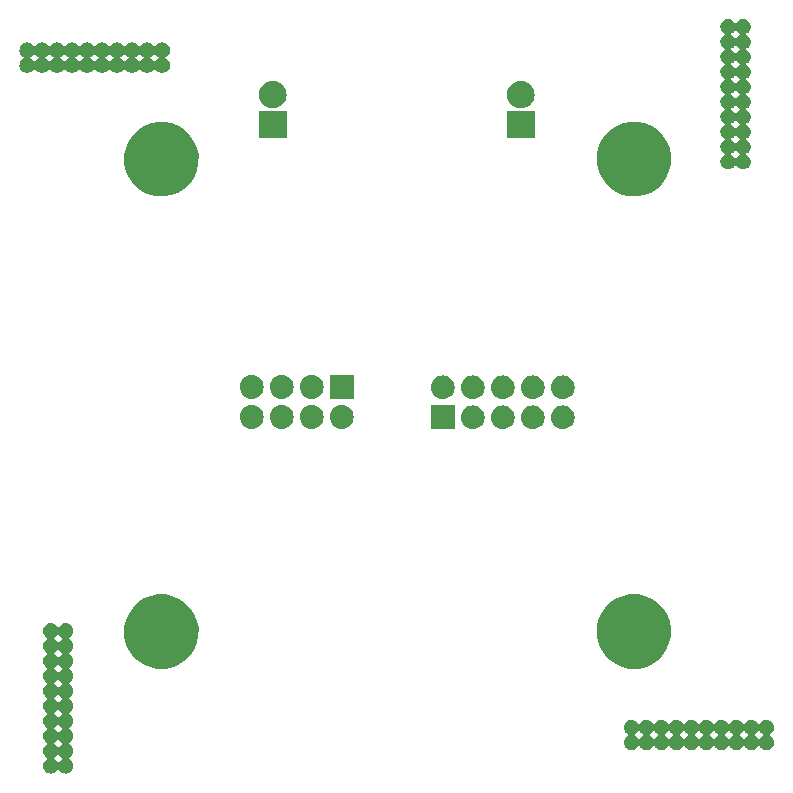
<source format=gbs>
G04 #@! TF.FileFunction,Soldermask,Bot*
%FSLAX46Y46*%
G04 Gerber Fmt 4.6, Leading zero omitted, Abs format (unit mm)*
G04 Created by KiCad (PCBNEW 4.0.5+dfsg1-4) date Mon May 29 14:43:21 2017*
%MOMM*%
%LPD*%
G01*
G04 APERTURE LIST*
%ADD10C,0.100000*%
G04 APERTURE END LIST*
D10*
G36*
X72033272Y-119215430D02*
X72158139Y-119241061D01*
X72275652Y-119290459D01*
X72381332Y-119361741D01*
X72471156Y-119452194D01*
X72541695Y-119558364D01*
X72590271Y-119676218D01*
X72614928Y-119800744D01*
X72614928Y-119800758D01*
X72615028Y-119801264D01*
X72612995Y-119946861D01*
X72612880Y-119947366D01*
X72612880Y-119947379D01*
X72584757Y-120071165D01*
X72532910Y-120187615D01*
X72459428Y-120291783D01*
X72367120Y-120379686D01*
X72278677Y-120435814D01*
X72262626Y-120449517D01*
X72251028Y-120467149D01*
X72244802Y-120487315D01*
X72244440Y-120508416D01*
X72249971Y-120528783D01*
X72260957Y-120546802D01*
X72276924Y-120561317D01*
X72381332Y-120631741D01*
X72471156Y-120722194D01*
X72541695Y-120828364D01*
X72590271Y-120946218D01*
X72614928Y-121070744D01*
X72614928Y-121070758D01*
X72615028Y-121071264D01*
X72612995Y-121216861D01*
X72612880Y-121217366D01*
X72612880Y-121217379D01*
X72584757Y-121341165D01*
X72532910Y-121457615D01*
X72459428Y-121561783D01*
X72367120Y-121649686D01*
X72278677Y-121705814D01*
X72262626Y-121719517D01*
X72251028Y-121737149D01*
X72244802Y-121757315D01*
X72244440Y-121778416D01*
X72249971Y-121798783D01*
X72260957Y-121816802D01*
X72276924Y-121831317D01*
X72381332Y-121901741D01*
X72471156Y-121992194D01*
X72541695Y-122098364D01*
X72590271Y-122216218D01*
X72614928Y-122340744D01*
X72614928Y-122340758D01*
X72615028Y-122341264D01*
X72612995Y-122486861D01*
X72612880Y-122487366D01*
X72612880Y-122487379D01*
X72584757Y-122611165D01*
X72532910Y-122727615D01*
X72459428Y-122831783D01*
X72367120Y-122919686D01*
X72278677Y-122975814D01*
X72262626Y-122989517D01*
X72251028Y-123007149D01*
X72244802Y-123027315D01*
X72244440Y-123048416D01*
X72249971Y-123068783D01*
X72260957Y-123086802D01*
X72276924Y-123101317D01*
X72381332Y-123171741D01*
X72471156Y-123262194D01*
X72541695Y-123368364D01*
X72590271Y-123486218D01*
X72614928Y-123610744D01*
X72614928Y-123610758D01*
X72615028Y-123611264D01*
X72612995Y-123756861D01*
X72612880Y-123757366D01*
X72612880Y-123757379D01*
X72584757Y-123881165D01*
X72532910Y-123997615D01*
X72459428Y-124101783D01*
X72367120Y-124189686D01*
X72278677Y-124245814D01*
X72262626Y-124259517D01*
X72251028Y-124277149D01*
X72244802Y-124297315D01*
X72244440Y-124318416D01*
X72249971Y-124338783D01*
X72260957Y-124356802D01*
X72276924Y-124371317D01*
X72381332Y-124441741D01*
X72471156Y-124532194D01*
X72541695Y-124638364D01*
X72590271Y-124756218D01*
X72614928Y-124880744D01*
X72614928Y-124880758D01*
X72615028Y-124881264D01*
X72612995Y-125026861D01*
X72612880Y-125027366D01*
X72612880Y-125027379D01*
X72584757Y-125151165D01*
X72532910Y-125267615D01*
X72459428Y-125371783D01*
X72367120Y-125459686D01*
X72278677Y-125515814D01*
X72262626Y-125529517D01*
X72251028Y-125547149D01*
X72244802Y-125567315D01*
X72244440Y-125588416D01*
X72249971Y-125608783D01*
X72260957Y-125626802D01*
X72276924Y-125641317D01*
X72381332Y-125711741D01*
X72471156Y-125802194D01*
X72541695Y-125908364D01*
X72590271Y-126026218D01*
X72614928Y-126150744D01*
X72614928Y-126150758D01*
X72615028Y-126151264D01*
X72612995Y-126296861D01*
X72612880Y-126297366D01*
X72612880Y-126297379D01*
X72584757Y-126421165D01*
X72532910Y-126537615D01*
X72459428Y-126641783D01*
X72367120Y-126729686D01*
X72278677Y-126785814D01*
X72262626Y-126799517D01*
X72251028Y-126817149D01*
X72244802Y-126837315D01*
X72244440Y-126858416D01*
X72249971Y-126878783D01*
X72260957Y-126896802D01*
X72276924Y-126911317D01*
X72381332Y-126981741D01*
X72471156Y-127072194D01*
X72541695Y-127178364D01*
X72590271Y-127296218D01*
X72614928Y-127420744D01*
X72614928Y-127420758D01*
X72615028Y-127421264D01*
X72612995Y-127566861D01*
X72612880Y-127567366D01*
X72612880Y-127567379D01*
X72584757Y-127691165D01*
X72532910Y-127807615D01*
X72459428Y-127911783D01*
X72367120Y-127999686D01*
X72278677Y-128055814D01*
X72262626Y-128069517D01*
X72251028Y-128087149D01*
X72244802Y-128107315D01*
X72244440Y-128128416D01*
X72249971Y-128148783D01*
X72260957Y-128166802D01*
X72276924Y-128181317D01*
X72381332Y-128251741D01*
X72471156Y-128342194D01*
X72541695Y-128448364D01*
X72590271Y-128566218D01*
X72614928Y-128690744D01*
X72614928Y-128690758D01*
X72615028Y-128691264D01*
X72612995Y-128836861D01*
X72612880Y-128837366D01*
X72612880Y-128837379D01*
X72584757Y-128961165D01*
X72532910Y-129077615D01*
X72459428Y-129181783D01*
X72367120Y-129269686D01*
X72278677Y-129325814D01*
X72262626Y-129339517D01*
X72251028Y-129357149D01*
X72244802Y-129377315D01*
X72244440Y-129398416D01*
X72249971Y-129418783D01*
X72260957Y-129436802D01*
X72276924Y-129451317D01*
X72381332Y-129521741D01*
X72471156Y-129612194D01*
X72541695Y-129718364D01*
X72590271Y-129836218D01*
X72614928Y-129960744D01*
X72614928Y-129960758D01*
X72615028Y-129961264D01*
X72612995Y-130106861D01*
X72612880Y-130107366D01*
X72612880Y-130107379D01*
X72584757Y-130231165D01*
X72532910Y-130347615D01*
X72459428Y-130451783D01*
X72367120Y-130539686D01*
X72278677Y-130595814D01*
X72262626Y-130609517D01*
X72251028Y-130627149D01*
X72244802Y-130647315D01*
X72244440Y-130668416D01*
X72249971Y-130688783D01*
X72260957Y-130706802D01*
X72276924Y-130721317D01*
X72381332Y-130791741D01*
X72471156Y-130882194D01*
X72541695Y-130988364D01*
X72590271Y-131106218D01*
X72614928Y-131230744D01*
X72614928Y-131230758D01*
X72615028Y-131231264D01*
X72612995Y-131376861D01*
X72612880Y-131377366D01*
X72612880Y-131377379D01*
X72584757Y-131501165D01*
X72532910Y-131617615D01*
X72459428Y-131721783D01*
X72367117Y-131809689D01*
X72259491Y-131877991D01*
X72140647Y-131924088D01*
X72015109Y-131946223D01*
X71887660Y-131943553D01*
X71763167Y-131916181D01*
X71646354Y-131865148D01*
X71541683Y-131792400D01*
X71453133Y-131700703D01*
X71393895Y-131608783D01*
X71380080Y-131592828D01*
X71362367Y-131581354D01*
X71342159Y-131575268D01*
X71321056Y-131575053D01*
X71300728Y-131580726D01*
X71282786Y-131591838D01*
X71268649Y-131607508D01*
X71263562Y-131616692D01*
X71189428Y-131721783D01*
X71097117Y-131809689D01*
X70989491Y-131877991D01*
X70870647Y-131924088D01*
X70745109Y-131946223D01*
X70617660Y-131943553D01*
X70493167Y-131916181D01*
X70376354Y-131865148D01*
X70271683Y-131792400D01*
X70183133Y-131700703D01*
X70114077Y-131593549D01*
X70067154Y-131475034D01*
X70044143Y-131349655D01*
X70045922Y-131222192D01*
X70072425Y-131097508D01*
X70122642Y-130980344D01*
X70194658Y-130875166D01*
X70285738Y-130785974D01*
X70380816Y-130723757D01*
X70396674Y-130709832D01*
X70408025Y-130692040D01*
X70413969Y-130671790D01*
X70413979Y-130668416D01*
X70974440Y-130668416D01*
X70979971Y-130688783D01*
X70990957Y-130706802D01*
X71006924Y-130721317D01*
X71111332Y-130791741D01*
X71201154Y-130882192D01*
X71267021Y-130981330D01*
X71281057Y-130997090D01*
X71298928Y-131008316D01*
X71319219Y-131014118D01*
X71340324Y-131014038D01*
X71360570Y-131008082D01*
X71378355Y-130996721D01*
X71391374Y-130982197D01*
X71464658Y-130875166D01*
X71555738Y-130785974D01*
X71650816Y-130723757D01*
X71666674Y-130709832D01*
X71678025Y-130692040D01*
X71683969Y-130671790D01*
X71684036Y-130650685D01*
X71678222Y-130630398D01*
X71666985Y-130612533D01*
X71652304Y-130599473D01*
X71652393Y-130599345D01*
X71651328Y-130598605D01*
X71651217Y-130598506D01*
X71651074Y-130598429D01*
X71541683Y-130522400D01*
X71453133Y-130430703D01*
X71393895Y-130338783D01*
X71380080Y-130322828D01*
X71362367Y-130311354D01*
X71342159Y-130305268D01*
X71321056Y-130305053D01*
X71300728Y-130310726D01*
X71282786Y-130321838D01*
X71268649Y-130337508D01*
X71263562Y-130346692D01*
X71189428Y-130451783D01*
X71097120Y-130539686D01*
X71008677Y-130595814D01*
X70992626Y-130609517D01*
X70981028Y-130627149D01*
X70974802Y-130647315D01*
X70974440Y-130668416D01*
X70413979Y-130668416D01*
X70414036Y-130650685D01*
X70408222Y-130630398D01*
X70396985Y-130612533D01*
X70382304Y-130599473D01*
X70382393Y-130599345D01*
X70381328Y-130598605D01*
X70381217Y-130598506D01*
X70381074Y-130598429D01*
X70271683Y-130522400D01*
X70183133Y-130430703D01*
X70114077Y-130323549D01*
X70067154Y-130205034D01*
X70044143Y-130079655D01*
X70045922Y-129952192D01*
X70072425Y-129827508D01*
X70122642Y-129710344D01*
X70194658Y-129605166D01*
X70285738Y-129515974D01*
X70380816Y-129453757D01*
X70396674Y-129439832D01*
X70408025Y-129422040D01*
X70413969Y-129401790D01*
X70413979Y-129398416D01*
X70974440Y-129398416D01*
X70979971Y-129418783D01*
X70990957Y-129436802D01*
X71006924Y-129451317D01*
X71111332Y-129521741D01*
X71201154Y-129612192D01*
X71267021Y-129711330D01*
X71281057Y-129727090D01*
X71298928Y-129738316D01*
X71319219Y-129744118D01*
X71340324Y-129744038D01*
X71360570Y-129738082D01*
X71378355Y-129726721D01*
X71391374Y-129712197D01*
X71464658Y-129605166D01*
X71555738Y-129515974D01*
X71650816Y-129453757D01*
X71666674Y-129439832D01*
X71678025Y-129422040D01*
X71683969Y-129401790D01*
X71684036Y-129380685D01*
X71678222Y-129360398D01*
X71666985Y-129342533D01*
X71652304Y-129329473D01*
X71652393Y-129329345D01*
X71651328Y-129328605D01*
X71651217Y-129328506D01*
X71651074Y-129328429D01*
X71541683Y-129252400D01*
X71453133Y-129160703D01*
X71393895Y-129068783D01*
X71380080Y-129052828D01*
X71362367Y-129041354D01*
X71342159Y-129035268D01*
X71321056Y-129035053D01*
X71300728Y-129040726D01*
X71282786Y-129051838D01*
X71268649Y-129067508D01*
X71263562Y-129076692D01*
X71189428Y-129181783D01*
X71097120Y-129269686D01*
X71008677Y-129325814D01*
X70992626Y-129339517D01*
X70981028Y-129357149D01*
X70974802Y-129377315D01*
X70974440Y-129398416D01*
X70413979Y-129398416D01*
X70414036Y-129380685D01*
X70408222Y-129360398D01*
X70396985Y-129342533D01*
X70382304Y-129329473D01*
X70382393Y-129329345D01*
X70381328Y-129328605D01*
X70381217Y-129328506D01*
X70381074Y-129328429D01*
X70271683Y-129252400D01*
X70183133Y-129160703D01*
X70114077Y-129053549D01*
X70067154Y-128935034D01*
X70044143Y-128809655D01*
X70045922Y-128682192D01*
X70072425Y-128557508D01*
X70122642Y-128440344D01*
X70194658Y-128335166D01*
X70285738Y-128245974D01*
X70380816Y-128183757D01*
X70396674Y-128169832D01*
X70408025Y-128152040D01*
X70413969Y-128131790D01*
X70413979Y-128128416D01*
X70974440Y-128128416D01*
X70979971Y-128148783D01*
X70990957Y-128166802D01*
X71006924Y-128181317D01*
X71111332Y-128251741D01*
X71201154Y-128342192D01*
X71267021Y-128441330D01*
X71281057Y-128457090D01*
X71298928Y-128468316D01*
X71319219Y-128474118D01*
X71340324Y-128474038D01*
X71360570Y-128468082D01*
X71378355Y-128456721D01*
X71391374Y-128442197D01*
X71464658Y-128335166D01*
X71555738Y-128245974D01*
X71650816Y-128183757D01*
X71666674Y-128169832D01*
X71678025Y-128152040D01*
X71683969Y-128131790D01*
X71684036Y-128110685D01*
X71678222Y-128090398D01*
X71666985Y-128072533D01*
X71652304Y-128059473D01*
X71652393Y-128059345D01*
X71651328Y-128058605D01*
X71651217Y-128058506D01*
X71651074Y-128058429D01*
X71541683Y-127982400D01*
X71453133Y-127890703D01*
X71393895Y-127798783D01*
X71380080Y-127782828D01*
X71362367Y-127771354D01*
X71342159Y-127765268D01*
X71321056Y-127765053D01*
X71300728Y-127770726D01*
X71282786Y-127781838D01*
X71268649Y-127797508D01*
X71263562Y-127806692D01*
X71189428Y-127911783D01*
X71097120Y-127999686D01*
X71008677Y-128055814D01*
X70992626Y-128069517D01*
X70981028Y-128087149D01*
X70974802Y-128107315D01*
X70974440Y-128128416D01*
X70413979Y-128128416D01*
X70414036Y-128110685D01*
X70408222Y-128090398D01*
X70396985Y-128072533D01*
X70382304Y-128059473D01*
X70382393Y-128059345D01*
X70381328Y-128058605D01*
X70381217Y-128058506D01*
X70381074Y-128058429D01*
X70271683Y-127982400D01*
X70183133Y-127890703D01*
X70114077Y-127783549D01*
X70067154Y-127665034D01*
X70044143Y-127539655D01*
X70045922Y-127412192D01*
X70072425Y-127287508D01*
X70122642Y-127170344D01*
X70194658Y-127065166D01*
X70285738Y-126975974D01*
X70380816Y-126913757D01*
X70396674Y-126899832D01*
X70408025Y-126882040D01*
X70413969Y-126861790D01*
X70413979Y-126858416D01*
X70974440Y-126858416D01*
X70979971Y-126878783D01*
X70990957Y-126896802D01*
X71006924Y-126911317D01*
X71111332Y-126981741D01*
X71201154Y-127072192D01*
X71267021Y-127171330D01*
X71281057Y-127187090D01*
X71298928Y-127198316D01*
X71319219Y-127204118D01*
X71340324Y-127204038D01*
X71360570Y-127198082D01*
X71378355Y-127186721D01*
X71391374Y-127172197D01*
X71464658Y-127065166D01*
X71555738Y-126975974D01*
X71650816Y-126913757D01*
X71666674Y-126899832D01*
X71678025Y-126882040D01*
X71683969Y-126861790D01*
X71684036Y-126840685D01*
X71678222Y-126820398D01*
X71666985Y-126802533D01*
X71652304Y-126789473D01*
X71652393Y-126789345D01*
X71651328Y-126788605D01*
X71651217Y-126788506D01*
X71651074Y-126788429D01*
X71541683Y-126712400D01*
X71453133Y-126620703D01*
X71393895Y-126528783D01*
X71380080Y-126512828D01*
X71362367Y-126501354D01*
X71342159Y-126495268D01*
X71321056Y-126495053D01*
X71300728Y-126500726D01*
X71282786Y-126511838D01*
X71268649Y-126527508D01*
X71263562Y-126536692D01*
X71189428Y-126641783D01*
X71097120Y-126729686D01*
X71008677Y-126785814D01*
X70992626Y-126799517D01*
X70981028Y-126817149D01*
X70974802Y-126837315D01*
X70974440Y-126858416D01*
X70413979Y-126858416D01*
X70414036Y-126840685D01*
X70408222Y-126820398D01*
X70396985Y-126802533D01*
X70382304Y-126789473D01*
X70382393Y-126789345D01*
X70381328Y-126788605D01*
X70381217Y-126788506D01*
X70381074Y-126788429D01*
X70271683Y-126712400D01*
X70183133Y-126620703D01*
X70114077Y-126513549D01*
X70067154Y-126395034D01*
X70044143Y-126269655D01*
X70045922Y-126142192D01*
X70072425Y-126017508D01*
X70122642Y-125900344D01*
X70194658Y-125795166D01*
X70285738Y-125705974D01*
X70380816Y-125643757D01*
X70396674Y-125629832D01*
X70408025Y-125612040D01*
X70413969Y-125591790D01*
X70413979Y-125588416D01*
X70974440Y-125588416D01*
X70979971Y-125608783D01*
X70990957Y-125626802D01*
X71006924Y-125641317D01*
X71111332Y-125711741D01*
X71201154Y-125802192D01*
X71267021Y-125901330D01*
X71281057Y-125917090D01*
X71298928Y-125928316D01*
X71319219Y-125934118D01*
X71340324Y-125934038D01*
X71360570Y-125928082D01*
X71378355Y-125916721D01*
X71391374Y-125902197D01*
X71464658Y-125795166D01*
X71555738Y-125705974D01*
X71650816Y-125643757D01*
X71666674Y-125629832D01*
X71678025Y-125612040D01*
X71683969Y-125591790D01*
X71684036Y-125570685D01*
X71678222Y-125550398D01*
X71666985Y-125532533D01*
X71652304Y-125519473D01*
X71652393Y-125519345D01*
X71651328Y-125518605D01*
X71651217Y-125518506D01*
X71651074Y-125518429D01*
X71541683Y-125442400D01*
X71453133Y-125350703D01*
X71393895Y-125258783D01*
X71380080Y-125242828D01*
X71362367Y-125231354D01*
X71342159Y-125225268D01*
X71321056Y-125225053D01*
X71300728Y-125230726D01*
X71282786Y-125241838D01*
X71268649Y-125257508D01*
X71263562Y-125266692D01*
X71189428Y-125371783D01*
X71097120Y-125459686D01*
X71008677Y-125515814D01*
X70992626Y-125529517D01*
X70981028Y-125547149D01*
X70974802Y-125567315D01*
X70974440Y-125588416D01*
X70413979Y-125588416D01*
X70414036Y-125570685D01*
X70408222Y-125550398D01*
X70396985Y-125532533D01*
X70382304Y-125519473D01*
X70382393Y-125519345D01*
X70381328Y-125518605D01*
X70381217Y-125518506D01*
X70381074Y-125518429D01*
X70271683Y-125442400D01*
X70183133Y-125350703D01*
X70114077Y-125243549D01*
X70067154Y-125125034D01*
X70044143Y-124999655D01*
X70045922Y-124872192D01*
X70072425Y-124747508D01*
X70122642Y-124630344D01*
X70194658Y-124525166D01*
X70285738Y-124435974D01*
X70380816Y-124373757D01*
X70396674Y-124359832D01*
X70408025Y-124342040D01*
X70413969Y-124321790D01*
X70413979Y-124318416D01*
X70974440Y-124318416D01*
X70979971Y-124338783D01*
X70990957Y-124356802D01*
X71006924Y-124371317D01*
X71111332Y-124441741D01*
X71201154Y-124532192D01*
X71267021Y-124631330D01*
X71281057Y-124647090D01*
X71298928Y-124658316D01*
X71319219Y-124664118D01*
X71340324Y-124664038D01*
X71360570Y-124658082D01*
X71378355Y-124646721D01*
X71391374Y-124632197D01*
X71464658Y-124525166D01*
X71555738Y-124435974D01*
X71650816Y-124373757D01*
X71666674Y-124359832D01*
X71678025Y-124342040D01*
X71683969Y-124321790D01*
X71684036Y-124300685D01*
X71678222Y-124280398D01*
X71666985Y-124262533D01*
X71652304Y-124249473D01*
X71652393Y-124249345D01*
X71651328Y-124248605D01*
X71651217Y-124248506D01*
X71651074Y-124248429D01*
X71541683Y-124172400D01*
X71453133Y-124080703D01*
X71393895Y-123988783D01*
X71380080Y-123972828D01*
X71362367Y-123961354D01*
X71342159Y-123955268D01*
X71321056Y-123955053D01*
X71300728Y-123960726D01*
X71282786Y-123971838D01*
X71268649Y-123987508D01*
X71263562Y-123996692D01*
X71189428Y-124101783D01*
X71097120Y-124189686D01*
X71008677Y-124245814D01*
X70992626Y-124259517D01*
X70981028Y-124277149D01*
X70974802Y-124297315D01*
X70974440Y-124318416D01*
X70413979Y-124318416D01*
X70414036Y-124300685D01*
X70408222Y-124280398D01*
X70396985Y-124262533D01*
X70382304Y-124249473D01*
X70382393Y-124249345D01*
X70381328Y-124248605D01*
X70381217Y-124248506D01*
X70381074Y-124248429D01*
X70271683Y-124172400D01*
X70183133Y-124080703D01*
X70114077Y-123973549D01*
X70067154Y-123855034D01*
X70044143Y-123729655D01*
X70045922Y-123602192D01*
X70072425Y-123477508D01*
X70122642Y-123360344D01*
X70194658Y-123255166D01*
X70285738Y-123165974D01*
X70380816Y-123103757D01*
X70396674Y-123089832D01*
X70408025Y-123072040D01*
X70413969Y-123051790D01*
X70413979Y-123048416D01*
X70974440Y-123048416D01*
X70979971Y-123068783D01*
X70990957Y-123086802D01*
X71006924Y-123101317D01*
X71111332Y-123171741D01*
X71201154Y-123262192D01*
X71267021Y-123361330D01*
X71281057Y-123377090D01*
X71298928Y-123388316D01*
X71319219Y-123394118D01*
X71340324Y-123394038D01*
X71360570Y-123388082D01*
X71378355Y-123376721D01*
X71391374Y-123362197D01*
X71464658Y-123255166D01*
X71555738Y-123165974D01*
X71650816Y-123103757D01*
X71666674Y-123089832D01*
X71678025Y-123072040D01*
X71683969Y-123051790D01*
X71684036Y-123030685D01*
X71678222Y-123010398D01*
X71666985Y-122992533D01*
X71652304Y-122979473D01*
X71652393Y-122979345D01*
X71651328Y-122978605D01*
X71651217Y-122978506D01*
X71651074Y-122978429D01*
X71541683Y-122902400D01*
X71453133Y-122810703D01*
X71393895Y-122718783D01*
X71380080Y-122702828D01*
X71362367Y-122691354D01*
X71342159Y-122685268D01*
X71321056Y-122685053D01*
X71300728Y-122690726D01*
X71282786Y-122701838D01*
X71268649Y-122717508D01*
X71263562Y-122726692D01*
X71189428Y-122831783D01*
X71097120Y-122919686D01*
X71008677Y-122975814D01*
X70992626Y-122989517D01*
X70981028Y-123007149D01*
X70974802Y-123027315D01*
X70974440Y-123048416D01*
X70413979Y-123048416D01*
X70414036Y-123030685D01*
X70408222Y-123010398D01*
X70396985Y-122992533D01*
X70382304Y-122979473D01*
X70382393Y-122979345D01*
X70381328Y-122978605D01*
X70381217Y-122978506D01*
X70381074Y-122978429D01*
X70271683Y-122902400D01*
X70183133Y-122810703D01*
X70114077Y-122703549D01*
X70067154Y-122585034D01*
X70044143Y-122459655D01*
X70045922Y-122332192D01*
X70072425Y-122207508D01*
X70122642Y-122090344D01*
X70194658Y-121985166D01*
X70285738Y-121895974D01*
X70380816Y-121833757D01*
X70396674Y-121819832D01*
X70408025Y-121802040D01*
X70413969Y-121781790D01*
X70413979Y-121778416D01*
X70974440Y-121778416D01*
X70979971Y-121798783D01*
X70990957Y-121816802D01*
X71006924Y-121831317D01*
X71111332Y-121901741D01*
X71201154Y-121992192D01*
X71267021Y-122091330D01*
X71281057Y-122107090D01*
X71298928Y-122118316D01*
X71319219Y-122124118D01*
X71340324Y-122124038D01*
X71360570Y-122118082D01*
X71378355Y-122106721D01*
X71391374Y-122092197D01*
X71464658Y-121985166D01*
X71555738Y-121895974D01*
X71650816Y-121833757D01*
X71666674Y-121819832D01*
X71678025Y-121802040D01*
X71683969Y-121781790D01*
X71684036Y-121760685D01*
X71678222Y-121740398D01*
X71666985Y-121722533D01*
X71652304Y-121709473D01*
X71652393Y-121709345D01*
X71651328Y-121708605D01*
X71651217Y-121708506D01*
X71651074Y-121708429D01*
X71541683Y-121632400D01*
X71453133Y-121540703D01*
X71393895Y-121448783D01*
X71380080Y-121432828D01*
X71362367Y-121421354D01*
X71342159Y-121415268D01*
X71321056Y-121415053D01*
X71300728Y-121420726D01*
X71282786Y-121431838D01*
X71268649Y-121447508D01*
X71263562Y-121456692D01*
X71189428Y-121561783D01*
X71097120Y-121649686D01*
X71008677Y-121705814D01*
X70992626Y-121719517D01*
X70981028Y-121737149D01*
X70974802Y-121757315D01*
X70974440Y-121778416D01*
X70413979Y-121778416D01*
X70414036Y-121760685D01*
X70408222Y-121740398D01*
X70396985Y-121722533D01*
X70382304Y-121709473D01*
X70382393Y-121709345D01*
X70381328Y-121708605D01*
X70381217Y-121708506D01*
X70381074Y-121708429D01*
X70271683Y-121632400D01*
X70183133Y-121540703D01*
X70114077Y-121433549D01*
X70067154Y-121315034D01*
X70044143Y-121189655D01*
X70045922Y-121062192D01*
X70072425Y-120937508D01*
X70122642Y-120820344D01*
X70194658Y-120715166D01*
X70285738Y-120625974D01*
X70380816Y-120563757D01*
X70396674Y-120549832D01*
X70408025Y-120532040D01*
X70413969Y-120511790D01*
X70413979Y-120508416D01*
X70974440Y-120508416D01*
X70979971Y-120528783D01*
X70990957Y-120546802D01*
X71006924Y-120561317D01*
X71111332Y-120631741D01*
X71201154Y-120722192D01*
X71267021Y-120821330D01*
X71281057Y-120837090D01*
X71298928Y-120848316D01*
X71319219Y-120854118D01*
X71340324Y-120854038D01*
X71360570Y-120848082D01*
X71378355Y-120836721D01*
X71391374Y-120822197D01*
X71464658Y-120715166D01*
X71555738Y-120625974D01*
X71650816Y-120563757D01*
X71666674Y-120549832D01*
X71678025Y-120532040D01*
X71683969Y-120511790D01*
X71684036Y-120490685D01*
X71678222Y-120470398D01*
X71666985Y-120452533D01*
X71652304Y-120439473D01*
X71652393Y-120439345D01*
X71651328Y-120438605D01*
X71651217Y-120438506D01*
X71651074Y-120438429D01*
X71541683Y-120362400D01*
X71453133Y-120270703D01*
X71393895Y-120178783D01*
X71380080Y-120162828D01*
X71362367Y-120151354D01*
X71342159Y-120145268D01*
X71321056Y-120145053D01*
X71300728Y-120150726D01*
X71282786Y-120161838D01*
X71268649Y-120177508D01*
X71263562Y-120186692D01*
X71189428Y-120291783D01*
X71097120Y-120379686D01*
X71008677Y-120435814D01*
X70992626Y-120449517D01*
X70981028Y-120467149D01*
X70974802Y-120487315D01*
X70974440Y-120508416D01*
X70413979Y-120508416D01*
X70414036Y-120490685D01*
X70408222Y-120470398D01*
X70396985Y-120452533D01*
X70382304Y-120439473D01*
X70382393Y-120439345D01*
X70381328Y-120438605D01*
X70381217Y-120438506D01*
X70381074Y-120438429D01*
X70271683Y-120362400D01*
X70183133Y-120270703D01*
X70114077Y-120163549D01*
X70067154Y-120045034D01*
X70044143Y-119919655D01*
X70045922Y-119792192D01*
X70072425Y-119667508D01*
X70122642Y-119550344D01*
X70194658Y-119445166D01*
X70285738Y-119355974D01*
X70392395Y-119286180D01*
X70510589Y-119238426D01*
X70635807Y-119214539D01*
X70763272Y-119215430D01*
X70888139Y-119241061D01*
X71005652Y-119290459D01*
X71111332Y-119361741D01*
X71201154Y-119452192D01*
X71267021Y-119551330D01*
X71281057Y-119567090D01*
X71298928Y-119578316D01*
X71319219Y-119584118D01*
X71340324Y-119584038D01*
X71360570Y-119578082D01*
X71378355Y-119566721D01*
X71391374Y-119552197D01*
X71464658Y-119445166D01*
X71555738Y-119355974D01*
X71662395Y-119286180D01*
X71780589Y-119238426D01*
X71905807Y-119214539D01*
X72033272Y-119215430D01*
X72033272Y-119215430D01*
G37*
G36*
X131363272Y-127385430D02*
X131488139Y-127411061D01*
X131605652Y-127460459D01*
X131711332Y-127531741D01*
X131801156Y-127622194D01*
X131871695Y-127728364D01*
X131920271Y-127846218D01*
X131944928Y-127970744D01*
X131944928Y-127970758D01*
X131945028Y-127971264D01*
X131942995Y-128116861D01*
X131942880Y-128117366D01*
X131942880Y-128117379D01*
X131914757Y-128241165D01*
X131862910Y-128357615D01*
X131789428Y-128461783D01*
X131697120Y-128549686D01*
X131608677Y-128605814D01*
X131592626Y-128619517D01*
X131581028Y-128637149D01*
X131574802Y-128657315D01*
X131574440Y-128678416D01*
X131579971Y-128698783D01*
X131590957Y-128716802D01*
X131606924Y-128731317D01*
X131711332Y-128801741D01*
X131801156Y-128892194D01*
X131871695Y-128998364D01*
X131920271Y-129116218D01*
X131944928Y-129240744D01*
X131944928Y-129240758D01*
X131945028Y-129241264D01*
X131942995Y-129386861D01*
X131942880Y-129387366D01*
X131942880Y-129387379D01*
X131914757Y-129511165D01*
X131862910Y-129627615D01*
X131789428Y-129731783D01*
X131697117Y-129819689D01*
X131589491Y-129887991D01*
X131470647Y-129934088D01*
X131345109Y-129956223D01*
X131217660Y-129953553D01*
X131093167Y-129926181D01*
X130976354Y-129875148D01*
X130871683Y-129802400D01*
X130783133Y-129710703D01*
X130723895Y-129618783D01*
X130710080Y-129602828D01*
X130692367Y-129591354D01*
X130672159Y-129585268D01*
X130651056Y-129585053D01*
X130630728Y-129590726D01*
X130612786Y-129601838D01*
X130598649Y-129617508D01*
X130593562Y-129626692D01*
X130519428Y-129731783D01*
X130427117Y-129819689D01*
X130319491Y-129887991D01*
X130200647Y-129934088D01*
X130075109Y-129956223D01*
X129947660Y-129953553D01*
X129823167Y-129926181D01*
X129706354Y-129875148D01*
X129601683Y-129802400D01*
X129513133Y-129710703D01*
X129453895Y-129618783D01*
X129440080Y-129602828D01*
X129422367Y-129591354D01*
X129402159Y-129585268D01*
X129381056Y-129585053D01*
X129360728Y-129590726D01*
X129342786Y-129601838D01*
X129328649Y-129617508D01*
X129323562Y-129626692D01*
X129249428Y-129731783D01*
X129157117Y-129819689D01*
X129049491Y-129887991D01*
X128930647Y-129934088D01*
X128805109Y-129956223D01*
X128677660Y-129953553D01*
X128553167Y-129926181D01*
X128436354Y-129875148D01*
X128331683Y-129802400D01*
X128243133Y-129710703D01*
X128183895Y-129618783D01*
X128170080Y-129602828D01*
X128152367Y-129591354D01*
X128132159Y-129585268D01*
X128111056Y-129585053D01*
X128090728Y-129590726D01*
X128072786Y-129601838D01*
X128058649Y-129617508D01*
X128053562Y-129626692D01*
X127979428Y-129731783D01*
X127887117Y-129819689D01*
X127779491Y-129887991D01*
X127660647Y-129934088D01*
X127535109Y-129956223D01*
X127407660Y-129953553D01*
X127283167Y-129926181D01*
X127166354Y-129875148D01*
X127061683Y-129802400D01*
X126973133Y-129710703D01*
X126913895Y-129618783D01*
X126900080Y-129602828D01*
X126882367Y-129591354D01*
X126862159Y-129585268D01*
X126841056Y-129585053D01*
X126820728Y-129590726D01*
X126802786Y-129601838D01*
X126788649Y-129617508D01*
X126783562Y-129626692D01*
X126709428Y-129731783D01*
X126617117Y-129819689D01*
X126509491Y-129887991D01*
X126390647Y-129934088D01*
X126265109Y-129956223D01*
X126137660Y-129953553D01*
X126013167Y-129926181D01*
X125896354Y-129875148D01*
X125791683Y-129802400D01*
X125703133Y-129710703D01*
X125643895Y-129618783D01*
X125630080Y-129602828D01*
X125612367Y-129591354D01*
X125592159Y-129585268D01*
X125571056Y-129585053D01*
X125550728Y-129590726D01*
X125532786Y-129601838D01*
X125518649Y-129617508D01*
X125513562Y-129626692D01*
X125439428Y-129731783D01*
X125347117Y-129819689D01*
X125239491Y-129887991D01*
X125120647Y-129934088D01*
X124995109Y-129956223D01*
X124867660Y-129953553D01*
X124743167Y-129926181D01*
X124626354Y-129875148D01*
X124521683Y-129802400D01*
X124433133Y-129710703D01*
X124373895Y-129618783D01*
X124360080Y-129602828D01*
X124342367Y-129591354D01*
X124322159Y-129585268D01*
X124301056Y-129585053D01*
X124280728Y-129590726D01*
X124262786Y-129601838D01*
X124248649Y-129617508D01*
X124243562Y-129626692D01*
X124169428Y-129731783D01*
X124077117Y-129819689D01*
X123969491Y-129887991D01*
X123850647Y-129934088D01*
X123725109Y-129956223D01*
X123597660Y-129953553D01*
X123473167Y-129926181D01*
X123356354Y-129875148D01*
X123251683Y-129802400D01*
X123163133Y-129710703D01*
X123103895Y-129618783D01*
X123090080Y-129602828D01*
X123072367Y-129591354D01*
X123052159Y-129585268D01*
X123031056Y-129585053D01*
X123010728Y-129590726D01*
X122992786Y-129601838D01*
X122978649Y-129617508D01*
X122973562Y-129626692D01*
X122899428Y-129731783D01*
X122807117Y-129819689D01*
X122699491Y-129887991D01*
X122580647Y-129934088D01*
X122455109Y-129956223D01*
X122327660Y-129953553D01*
X122203167Y-129926181D01*
X122086354Y-129875148D01*
X121981683Y-129802400D01*
X121893133Y-129710703D01*
X121833895Y-129618783D01*
X121820080Y-129602828D01*
X121802367Y-129591354D01*
X121782159Y-129585268D01*
X121761056Y-129585053D01*
X121740728Y-129590726D01*
X121722786Y-129601838D01*
X121708649Y-129617508D01*
X121703562Y-129626692D01*
X121629428Y-129731783D01*
X121537117Y-129819689D01*
X121429491Y-129887991D01*
X121310647Y-129934088D01*
X121185109Y-129956223D01*
X121057660Y-129953553D01*
X120933167Y-129926181D01*
X120816354Y-129875148D01*
X120711683Y-129802400D01*
X120623133Y-129710703D01*
X120563895Y-129618783D01*
X120550080Y-129602828D01*
X120532367Y-129591354D01*
X120512159Y-129585268D01*
X120491056Y-129585053D01*
X120470728Y-129590726D01*
X120452786Y-129601838D01*
X120438649Y-129617508D01*
X120433562Y-129626692D01*
X120359428Y-129731783D01*
X120267117Y-129819689D01*
X120159491Y-129887991D01*
X120040647Y-129934088D01*
X119915109Y-129956223D01*
X119787660Y-129953553D01*
X119663167Y-129926181D01*
X119546354Y-129875148D01*
X119441683Y-129802400D01*
X119353133Y-129710703D01*
X119284077Y-129603549D01*
X119237154Y-129485034D01*
X119214143Y-129359655D01*
X119215922Y-129232192D01*
X119242425Y-129107508D01*
X119292642Y-128990344D01*
X119364658Y-128885166D01*
X119455738Y-128795974D01*
X119550816Y-128733757D01*
X119566674Y-128719832D01*
X119578025Y-128702040D01*
X119583969Y-128681790D01*
X119583979Y-128678416D01*
X120144440Y-128678416D01*
X120149971Y-128698783D01*
X120160957Y-128716802D01*
X120176924Y-128731317D01*
X120281332Y-128801741D01*
X120371154Y-128892192D01*
X120437021Y-128991330D01*
X120451057Y-129007090D01*
X120468928Y-129018316D01*
X120489219Y-129024118D01*
X120510324Y-129024038D01*
X120530570Y-129018082D01*
X120548355Y-129006721D01*
X120561374Y-128992197D01*
X120634658Y-128885166D01*
X120725738Y-128795974D01*
X120820816Y-128733757D01*
X120836674Y-128719832D01*
X120848025Y-128702040D01*
X120853969Y-128681790D01*
X120853979Y-128678416D01*
X121414440Y-128678416D01*
X121419971Y-128698783D01*
X121430957Y-128716802D01*
X121446924Y-128731317D01*
X121551332Y-128801741D01*
X121641154Y-128892192D01*
X121707021Y-128991330D01*
X121721057Y-129007090D01*
X121738928Y-129018316D01*
X121759219Y-129024118D01*
X121780324Y-129024038D01*
X121800570Y-129018082D01*
X121818355Y-129006721D01*
X121831374Y-128992197D01*
X121904658Y-128885166D01*
X121995738Y-128795974D01*
X122090816Y-128733757D01*
X122106674Y-128719832D01*
X122118025Y-128702040D01*
X122123969Y-128681790D01*
X122123979Y-128678416D01*
X122684440Y-128678416D01*
X122689971Y-128698783D01*
X122700957Y-128716802D01*
X122716924Y-128731317D01*
X122821332Y-128801741D01*
X122911154Y-128892192D01*
X122977021Y-128991330D01*
X122991057Y-129007090D01*
X123008928Y-129018316D01*
X123029219Y-129024118D01*
X123050324Y-129024038D01*
X123070570Y-129018082D01*
X123088355Y-129006721D01*
X123101374Y-128992197D01*
X123174658Y-128885166D01*
X123265738Y-128795974D01*
X123360816Y-128733757D01*
X123376674Y-128719832D01*
X123388025Y-128702040D01*
X123393969Y-128681790D01*
X123393979Y-128678416D01*
X123954440Y-128678416D01*
X123959971Y-128698783D01*
X123970957Y-128716802D01*
X123986924Y-128731317D01*
X124091332Y-128801741D01*
X124181154Y-128892192D01*
X124247021Y-128991330D01*
X124261057Y-129007090D01*
X124278928Y-129018316D01*
X124299219Y-129024118D01*
X124320324Y-129024038D01*
X124340570Y-129018082D01*
X124358355Y-129006721D01*
X124371374Y-128992197D01*
X124444658Y-128885166D01*
X124535738Y-128795974D01*
X124630816Y-128733757D01*
X124646674Y-128719832D01*
X124658025Y-128702040D01*
X124663969Y-128681790D01*
X124663979Y-128678416D01*
X125224440Y-128678416D01*
X125229971Y-128698783D01*
X125240957Y-128716802D01*
X125256924Y-128731317D01*
X125361332Y-128801741D01*
X125451154Y-128892192D01*
X125517021Y-128991330D01*
X125531057Y-129007090D01*
X125548928Y-129018316D01*
X125569219Y-129024118D01*
X125590324Y-129024038D01*
X125610570Y-129018082D01*
X125628355Y-129006721D01*
X125641374Y-128992197D01*
X125714658Y-128885166D01*
X125805738Y-128795974D01*
X125900816Y-128733757D01*
X125916674Y-128719832D01*
X125928025Y-128702040D01*
X125933969Y-128681790D01*
X125933979Y-128678416D01*
X126494440Y-128678416D01*
X126499971Y-128698783D01*
X126510957Y-128716802D01*
X126526924Y-128731317D01*
X126631332Y-128801741D01*
X126721154Y-128892192D01*
X126787021Y-128991330D01*
X126801057Y-129007090D01*
X126818928Y-129018316D01*
X126839219Y-129024118D01*
X126860324Y-129024038D01*
X126880570Y-129018082D01*
X126898355Y-129006721D01*
X126911374Y-128992197D01*
X126984658Y-128885166D01*
X127075738Y-128795974D01*
X127170816Y-128733757D01*
X127186674Y-128719832D01*
X127198025Y-128702040D01*
X127203969Y-128681790D01*
X127203979Y-128678416D01*
X127764440Y-128678416D01*
X127769971Y-128698783D01*
X127780957Y-128716802D01*
X127796924Y-128731317D01*
X127901332Y-128801741D01*
X127991154Y-128892192D01*
X128057021Y-128991330D01*
X128071057Y-129007090D01*
X128088928Y-129018316D01*
X128109219Y-129024118D01*
X128130324Y-129024038D01*
X128150570Y-129018082D01*
X128168355Y-129006721D01*
X128181374Y-128992197D01*
X128254658Y-128885166D01*
X128345738Y-128795974D01*
X128440816Y-128733757D01*
X128456674Y-128719832D01*
X128468025Y-128702040D01*
X128473969Y-128681790D01*
X128473979Y-128678416D01*
X129034440Y-128678416D01*
X129039971Y-128698783D01*
X129050957Y-128716802D01*
X129066924Y-128731317D01*
X129171332Y-128801741D01*
X129261154Y-128892192D01*
X129327021Y-128991330D01*
X129341057Y-129007090D01*
X129358928Y-129018316D01*
X129379219Y-129024118D01*
X129400324Y-129024038D01*
X129420570Y-129018082D01*
X129438355Y-129006721D01*
X129451374Y-128992197D01*
X129524658Y-128885166D01*
X129615738Y-128795974D01*
X129710816Y-128733757D01*
X129726674Y-128719832D01*
X129738025Y-128702040D01*
X129743969Y-128681790D01*
X129743979Y-128678416D01*
X130304440Y-128678416D01*
X130309971Y-128698783D01*
X130320957Y-128716802D01*
X130336924Y-128731317D01*
X130441332Y-128801741D01*
X130531154Y-128892192D01*
X130597021Y-128991330D01*
X130611057Y-129007090D01*
X130628928Y-129018316D01*
X130649219Y-129024118D01*
X130670324Y-129024038D01*
X130690570Y-129018082D01*
X130708355Y-129006721D01*
X130721374Y-128992197D01*
X130794658Y-128885166D01*
X130885738Y-128795974D01*
X130980816Y-128733757D01*
X130996674Y-128719832D01*
X131008025Y-128702040D01*
X131013969Y-128681790D01*
X131014036Y-128660685D01*
X131008222Y-128640398D01*
X130996985Y-128622533D01*
X130982304Y-128609473D01*
X130982393Y-128609345D01*
X130981328Y-128608605D01*
X130981217Y-128608506D01*
X130981074Y-128608429D01*
X130871683Y-128532400D01*
X130783133Y-128440703D01*
X130723895Y-128348783D01*
X130710080Y-128332828D01*
X130692367Y-128321354D01*
X130672159Y-128315268D01*
X130651056Y-128315053D01*
X130630728Y-128320726D01*
X130612786Y-128331838D01*
X130598649Y-128347508D01*
X130593562Y-128356692D01*
X130519428Y-128461783D01*
X130427120Y-128549686D01*
X130338677Y-128605814D01*
X130322626Y-128619517D01*
X130311028Y-128637149D01*
X130304802Y-128657315D01*
X130304440Y-128678416D01*
X129743979Y-128678416D01*
X129744036Y-128660685D01*
X129738222Y-128640398D01*
X129726985Y-128622533D01*
X129712304Y-128609473D01*
X129712393Y-128609345D01*
X129711328Y-128608605D01*
X129711217Y-128608506D01*
X129711074Y-128608429D01*
X129601683Y-128532400D01*
X129513133Y-128440703D01*
X129453895Y-128348783D01*
X129440080Y-128332828D01*
X129422367Y-128321354D01*
X129402159Y-128315268D01*
X129381056Y-128315053D01*
X129360728Y-128320726D01*
X129342786Y-128331838D01*
X129328649Y-128347508D01*
X129323562Y-128356692D01*
X129249428Y-128461783D01*
X129157120Y-128549686D01*
X129068677Y-128605814D01*
X129052626Y-128619517D01*
X129041028Y-128637149D01*
X129034802Y-128657315D01*
X129034440Y-128678416D01*
X128473979Y-128678416D01*
X128474036Y-128660685D01*
X128468222Y-128640398D01*
X128456985Y-128622533D01*
X128442304Y-128609473D01*
X128442393Y-128609345D01*
X128441328Y-128608605D01*
X128441217Y-128608506D01*
X128441074Y-128608429D01*
X128331683Y-128532400D01*
X128243133Y-128440703D01*
X128183895Y-128348783D01*
X128170080Y-128332828D01*
X128152367Y-128321354D01*
X128132159Y-128315268D01*
X128111056Y-128315053D01*
X128090728Y-128320726D01*
X128072786Y-128331838D01*
X128058649Y-128347508D01*
X128053562Y-128356692D01*
X127979428Y-128461783D01*
X127887120Y-128549686D01*
X127798677Y-128605814D01*
X127782626Y-128619517D01*
X127771028Y-128637149D01*
X127764802Y-128657315D01*
X127764440Y-128678416D01*
X127203979Y-128678416D01*
X127204036Y-128660685D01*
X127198222Y-128640398D01*
X127186985Y-128622533D01*
X127172304Y-128609473D01*
X127172393Y-128609345D01*
X127171328Y-128608605D01*
X127171217Y-128608506D01*
X127171074Y-128608429D01*
X127061683Y-128532400D01*
X126973133Y-128440703D01*
X126913895Y-128348783D01*
X126900080Y-128332828D01*
X126882367Y-128321354D01*
X126862159Y-128315268D01*
X126841056Y-128315053D01*
X126820728Y-128320726D01*
X126802786Y-128331838D01*
X126788649Y-128347508D01*
X126783562Y-128356692D01*
X126709428Y-128461783D01*
X126617120Y-128549686D01*
X126528677Y-128605814D01*
X126512626Y-128619517D01*
X126501028Y-128637149D01*
X126494802Y-128657315D01*
X126494440Y-128678416D01*
X125933979Y-128678416D01*
X125934036Y-128660685D01*
X125928222Y-128640398D01*
X125916985Y-128622533D01*
X125902304Y-128609473D01*
X125902393Y-128609345D01*
X125901328Y-128608605D01*
X125901217Y-128608506D01*
X125901074Y-128608429D01*
X125791683Y-128532400D01*
X125703133Y-128440703D01*
X125643895Y-128348783D01*
X125630080Y-128332828D01*
X125612367Y-128321354D01*
X125592159Y-128315268D01*
X125571056Y-128315053D01*
X125550728Y-128320726D01*
X125532786Y-128331838D01*
X125518649Y-128347508D01*
X125513562Y-128356692D01*
X125439428Y-128461783D01*
X125347120Y-128549686D01*
X125258677Y-128605814D01*
X125242626Y-128619517D01*
X125231028Y-128637149D01*
X125224802Y-128657315D01*
X125224440Y-128678416D01*
X124663979Y-128678416D01*
X124664036Y-128660685D01*
X124658222Y-128640398D01*
X124646985Y-128622533D01*
X124632304Y-128609473D01*
X124632393Y-128609345D01*
X124631328Y-128608605D01*
X124631217Y-128608506D01*
X124631074Y-128608429D01*
X124521683Y-128532400D01*
X124433133Y-128440703D01*
X124373895Y-128348783D01*
X124360080Y-128332828D01*
X124342367Y-128321354D01*
X124322159Y-128315268D01*
X124301056Y-128315053D01*
X124280728Y-128320726D01*
X124262786Y-128331838D01*
X124248649Y-128347508D01*
X124243562Y-128356692D01*
X124169428Y-128461783D01*
X124077120Y-128549686D01*
X123988677Y-128605814D01*
X123972626Y-128619517D01*
X123961028Y-128637149D01*
X123954802Y-128657315D01*
X123954440Y-128678416D01*
X123393979Y-128678416D01*
X123394036Y-128660685D01*
X123388222Y-128640398D01*
X123376985Y-128622533D01*
X123362304Y-128609473D01*
X123362393Y-128609345D01*
X123361328Y-128608605D01*
X123361217Y-128608506D01*
X123361074Y-128608429D01*
X123251683Y-128532400D01*
X123163133Y-128440703D01*
X123103895Y-128348783D01*
X123090080Y-128332828D01*
X123072367Y-128321354D01*
X123052159Y-128315268D01*
X123031056Y-128315053D01*
X123010728Y-128320726D01*
X122992786Y-128331838D01*
X122978649Y-128347508D01*
X122973562Y-128356692D01*
X122899428Y-128461783D01*
X122807120Y-128549686D01*
X122718677Y-128605814D01*
X122702626Y-128619517D01*
X122691028Y-128637149D01*
X122684802Y-128657315D01*
X122684440Y-128678416D01*
X122123979Y-128678416D01*
X122124036Y-128660685D01*
X122118222Y-128640398D01*
X122106985Y-128622533D01*
X122092304Y-128609473D01*
X122092393Y-128609345D01*
X122091328Y-128608605D01*
X122091217Y-128608506D01*
X122091074Y-128608429D01*
X121981683Y-128532400D01*
X121893133Y-128440703D01*
X121833895Y-128348783D01*
X121820080Y-128332828D01*
X121802367Y-128321354D01*
X121782159Y-128315268D01*
X121761056Y-128315053D01*
X121740728Y-128320726D01*
X121722786Y-128331838D01*
X121708649Y-128347508D01*
X121703562Y-128356692D01*
X121629428Y-128461783D01*
X121537120Y-128549686D01*
X121448677Y-128605814D01*
X121432626Y-128619517D01*
X121421028Y-128637149D01*
X121414802Y-128657315D01*
X121414440Y-128678416D01*
X120853979Y-128678416D01*
X120854036Y-128660685D01*
X120848222Y-128640398D01*
X120836985Y-128622533D01*
X120822304Y-128609473D01*
X120822393Y-128609345D01*
X120821328Y-128608605D01*
X120821217Y-128608506D01*
X120821074Y-128608429D01*
X120711683Y-128532400D01*
X120623133Y-128440703D01*
X120563895Y-128348783D01*
X120550080Y-128332828D01*
X120532367Y-128321354D01*
X120512159Y-128315268D01*
X120491056Y-128315053D01*
X120470728Y-128320726D01*
X120452786Y-128331838D01*
X120438649Y-128347508D01*
X120433562Y-128356692D01*
X120359428Y-128461783D01*
X120267120Y-128549686D01*
X120178677Y-128605814D01*
X120162626Y-128619517D01*
X120151028Y-128637149D01*
X120144802Y-128657315D01*
X120144440Y-128678416D01*
X119583979Y-128678416D01*
X119584036Y-128660685D01*
X119578222Y-128640398D01*
X119566985Y-128622533D01*
X119552304Y-128609473D01*
X119552393Y-128609345D01*
X119551328Y-128608605D01*
X119551217Y-128608506D01*
X119551074Y-128608429D01*
X119441683Y-128532400D01*
X119353133Y-128440703D01*
X119284077Y-128333549D01*
X119237154Y-128215034D01*
X119214143Y-128089655D01*
X119215922Y-127962192D01*
X119242425Y-127837508D01*
X119292642Y-127720344D01*
X119364658Y-127615166D01*
X119455738Y-127525974D01*
X119562395Y-127456180D01*
X119680589Y-127408426D01*
X119805807Y-127384539D01*
X119933272Y-127385430D01*
X120058139Y-127411061D01*
X120175652Y-127460459D01*
X120281332Y-127531741D01*
X120371154Y-127622192D01*
X120437021Y-127721330D01*
X120451057Y-127737090D01*
X120468928Y-127748316D01*
X120489219Y-127754118D01*
X120510324Y-127754038D01*
X120530570Y-127748082D01*
X120548355Y-127736721D01*
X120561374Y-127722197D01*
X120634658Y-127615166D01*
X120725738Y-127525974D01*
X120832395Y-127456180D01*
X120950589Y-127408426D01*
X121075807Y-127384539D01*
X121203272Y-127385430D01*
X121328139Y-127411061D01*
X121445652Y-127460459D01*
X121551332Y-127531741D01*
X121641154Y-127622192D01*
X121707021Y-127721330D01*
X121721057Y-127737090D01*
X121738928Y-127748316D01*
X121759219Y-127754118D01*
X121780324Y-127754038D01*
X121800570Y-127748082D01*
X121818355Y-127736721D01*
X121831374Y-127722197D01*
X121904658Y-127615166D01*
X121995738Y-127525974D01*
X122102395Y-127456180D01*
X122220589Y-127408426D01*
X122345807Y-127384539D01*
X122473272Y-127385430D01*
X122598139Y-127411061D01*
X122715652Y-127460459D01*
X122821332Y-127531741D01*
X122911154Y-127622192D01*
X122977021Y-127721330D01*
X122991057Y-127737090D01*
X123008928Y-127748316D01*
X123029219Y-127754118D01*
X123050324Y-127754038D01*
X123070570Y-127748082D01*
X123088355Y-127736721D01*
X123101374Y-127722197D01*
X123174658Y-127615166D01*
X123265738Y-127525974D01*
X123372395Y-127456180D01*
X123490589Y-127408426D01*
X123615807Y-127384539D01*
X123743272Y-127385430D01*
X123868139Y-127411061D01*
X123985652Y-127460459D01*
X124091332Y-127531741D01*
X124181154Y-127622192D01*
X124247021Y-127721330D01*
X124261057Y-127737090D01*
X124278928Y-127748316D01*
X124299219Y-127754118D01*
X124320324Y-127754038D01*
X124340570Y-127748082D01*
X124358355Y-127736721D01*
X124371374Y-127722197D01*
X124444658Y-127615166D01*
X124535738Y-127525974D01*
X124642395Y-127456180D01*
X124760589Y-127408426D01*
X124885807Y-127384539D01*
X125013272Y-127385430D01*
X125138139Y-127411061D01*
X125255652Y-127460459D01*
X125361332Y-127531741D01*
X125451154Y-127622192D01*
X125517021Y-127721330D01*
X125531057Y-127737090D01*
X125548928Y-127748316D01*
X125569219Y-127754118D01*
X125590324Y-127754038D01*
X125610570Y-127748082D01*
X125628355Y-127736721D01*
X125641374Y-127722197D01*
X125714658Y-127615166D01*
X125805738Y-127525974D01*
X125912395Y-127456180D01*
X126030589Y-127408426D01*
X126155807Y-127384539D01*
X126283272Y-127385430D01*
X126408139Y-127411061D01*
X126525652Y-127460459D01*
X126631332Y-127531741D01*
X126721154Y-127622192D01*
X126787021Y-127721330D01*
X126801057Y-127737090D01*
X126818928Y-127748316D01*
X126839219Y-127754118D01*
X126860324Y-127754038D01*
X126880570Y-127748082D01*
X126898355Y-127736721D01*
X126911374Y-127722197D01*
X126984658Y-127615166D01*
X127075738Y-127525974D01*
X127182395Y-127456180D01*
X127300589Y-127408426D01*
X127425807Y-127384539D01*
X127553272Y-127385430D01*
X127678139Y-127411061D01*
X127795652Y-127460459D01*
X127901332Y-127531741D01*
X127991154Y-127622192D01*
X128057021Y-127721330D01*
X128071057Y-127737090D01*
X128088928Y-127748316D01*
X128109219Y-127754118D01*
X128130324Y-127754038D01*
X128150570Y-127748082D01*
X128168355Y-127736721D01*
X128181374Y-127722197D01*
X128254658Y-127615166D01*
X128345738Y-127525974D01*
X128452395Y-127456180D01*
X128570589Y-127408426D01*
X128695807Y-127384539D01*
X128823272Y-127385430D01*
X128948139Y-127411061D01*
X129065652Y-127460459D01*
X129171332Y-127531741D01*
X129261154Y-127622192D01*
X129327021Y-127721330D01*
X129341057Y-127737090D01*
X129358928Y-127748316D01*
X129379219Y-127754118D01*
X129400324Y-127754038D01*
X129420570Y-127748082D01*
X129438355Y-127736721D01*
X129451374Y-127722197D01*
X129524658Y-127615166D01*
X129615738Y-127525974D01*
X129722395Y-127456180D01*
X129840589Y-127408426D01*
X129965807Y-127384539D01*
X130093272Y-127385430D01*
X130218139Y-127411061D01*
X130335652Y-127460459D01*
X130441332Y-127531741D01*
X130531154Y-127622192D01*
X130597021Y-127721330D01*
X130611057Y-127737090D01*
X130628928Y-127748316D01*
X130649219Y-127754118D01*
X130670324Y-127754038D01*
X130690570Y-127748082D01*
X130708355Y-127736721D01*
X130721374Y-127722197D01*
X130794658Y-127615166D01*
X130885738Y-127525974D01*
X130992395Y-127456180D01*
X131110589Y-127408426D01*
X131235807Y-127384539D01*
X131363272Y-127385430D01*
X131363272Y-127385430D01*
G37*
G36*
X80399960Y-116781806D02*
X81005089Y-116906021D01*
X81574570Y-117145408D01*
X82086706Y-117490849D01*
X82521994Y-117929186D01*
X82863848Y-118443718D01*
X83099252Y-119014852D01*
X83219138Y-119620319D01*
X83219138Y-119620327D01*
X83219239Y-119620838D01*
X83209386Y-120326421D01*
X83209271Y-120326926D01*
X83209271Y-120326939D01*
X83072527Y-120928817D01*
X82821267Y-121493158D01*
X82465179Y-121997944D01*
X82017821Y-122423958D01*
X81496239Y-122754964D01*
X80920304Y-122978354D01*
X80311937Y-123085626D01*
X79694321Y-123072689D01*
X79090989Y-122940038D01*
X78524910Y-122692724D01*
X78017642Y-122340164D01*
X77588525Y-121895800D01*
X77253881Y-121376534D01*
X77026476Y-120802173D01*
X76914960Y-120194573D01*
X76923585Y-119576882D01*
X77052022Y-118972637D01*
X77295377Y-118404846D01*
X77644388Y-117895128D01*
X78085749Y-117462915D01*
X78602654Y-117124662D01*
X79175423Y-116893248D01*
X79782233Y-116777493D01*
X80399960Y-116781806D01*
X80399960Y-116781806D01*
G37*
G36*
X120399960Y-116781806D02*
X121005089Y-116906021D01*
X121574570Y-117145408D01*
X122086706Y-117490849D01*
X122521994Y-117929186D01*
X122863848Y-118443718D01*
X123099252Y-119014852D01*
X123219138Y-119620319D01*
X123219138Y-119620327D01*
X123219239Y-119620838D01*
X123209386Y-120326421D01*
X123209271Y-120326926D01*
X123209271Y-120326939D01*
X123072527Y-120928817D01*
X122821267Y-121493158D01*
X122465179Y-121997944D01*
X122017821Y-122423958D01*
X121496239Y-122754964D01*
X120920304Y-122978354D01*
X120311937Y-123085626D01*
X119694321Y-123072689D01*
X119090989Y-122940038D01*
X118524910Y-122692724D01*
X118017642Y-122340164D01*
X117588525Y-121895800D01*
X117253881Y-121376534D01*
X117026476Y-120802173D01*
X116914960Y-120194573D01*
X116923585Y-119576882D01*
X117052022Y-118972637D01*
X117295377Y-118404846D01*
X117644388Y-117895128D01*
X118085749Y-117462915D01*
X118602654Y-117124662D01*
X119175423Y-116893248D01*
X119782233Y-116777493D01*
X120399960Y-116781806D01*
X120399960Y-116781806D01*
G37*
G36*
X106623738Y-100792187D02*
X106623758Y-100792193D01*
X106623813Y-100792199D01*
X106812786Y-100850696D01*
X106986798Y-100944784D01*
X107139221Y-101070879D01*
X107264249Y-101224178D01*
X107357120Y-101398843D01*
X107414296Y-101588220D01*
X107433600Y-101785096D01*
X107433600Y-101795031D01*
X107433523Y-101806007D01*
X107433522Y-101806013D01*
X107433501Y-101809056D01*
X107411450Y-102005643D01*
X107351636Y-102194204D01*
X107256335Y-102367555D01*
X107129179Y-102519094D01*
X106975010Y-102643048D01*
X106799701Y-102734698D01*
X106609930Y-102790550D01*
X106609878Y-102790555D01*
X106609857Y-102790561D01*
X106412927Y-102808482D01*
X106216262Y-102787813D01*
X106216242Y-102787807D01*
X106216187Y-102787801D01*
X106027214Y-102729304D01*
X105853202Y-102635216D01*
X105700779Y-102509121D01*
X105575751Y-102355822D01*
X105482880Y-102181157D01*
X105425704Y-101991780D01*
X105406400Y-101794904D01*
X105406400Y-101784969D01*
X105406477Y-101773993D01*
X105406478Y-101773987D01*
X105406499Y-101770944D01*
X105428550Y-101574357D01*
X105488364Y-101385796D01*
X105583665Y-101212445D01*
X105710821Y-101060906D01*
X105864990Y-100936952D01*
X106040299Y-100845302D01*
X106230070Y-100789450D01*
X106230122Y-100789445D01*
X106230143Y-100789439D01*
X106427073Y-100771518D01*
X106623738Y-100792187D01*
X106623738Y-100792187D01*
G37*
G36*
X109163738Y-100792187D02*
X109163758Y-100792193D01*
X109163813Y-100792199D01*
X109352786Y-100850696D01*
X109526798Y-100944784D01*
X109679221Y-101070879D01*
X109804249Y-101224178D01*
X109897120Y-101398843D01*
X109954296Y-101588220D01*
X109973600Y-101785096D01*
X109973600Y-101795031D01*
X109973523Y-101806007D01*
X109973522Y-101806013D01*
X109973501Y-101809056D01*
X109951450Y-102005643D01*
X109891636Y-102194204D01*
X109796335Y-102367555D01*
X109669179Y-102519094D01*
X109515010Y-102643048D01*
X109339701Y-102734698D01*
X109149930Y-102790550D01*
X109149878Y-102790555D01*
X109149857Y-102790561D01*
X108952927Y-102808482D01*
X108756262Y-102787813D01*
X108756242Y-102787807D01*
X108756187Y-102787801D01*
X108567214Y-102729304D01*
X108393202Y-102635216D01*
X108240779Y-102509121D01*
X108115751Y-102355822D01*
X108022880Y-102181157D01*
X107965704Y-101991780D01*
X107946400Y-101794904D01*
X107946400Y-101784969D01*
X107946477Y-101773993D01*
X107946478Y-101773987D01*
X107946499Y-101770944D01*
X107968550Y-101574357D01*
X108028364Y-101385796D01*
X108123665Y-101212445D01*
X108250821Y-101060906D01*
X108404990Y-100936952D01*
X108580299Y-100845302D01*
X108770070Y-100789450D01*
X108770122Y-100789445D01*
X108770143Y-100789439D01*
X108967073Y-100771518D01*
X109163738Y-100792187D01*
X109163738Y-100792187D01*
G37*
G36*
X111703738Y-100792187D02*
X111703758Y-100792193D01*
X111703813Y-100792199D01*
X111892786Y-100850696D01*
X112066798Y-100944784D01*
X112219221Y-101070879D01*
X112344249Y-101224178D01*
X112437120Y-101398843D01*
X112494296Y-101588220D01*
X112513600Y-101785096D01*
X112513600Y-101795031D01*
X112513523Y-101806007D01*
X112513522Y-101806013D01*
X112513501Y-101809056D01*
X112491450Y-102005643D01*
X112431636Y-102194204D01*
X112336335Y-102367555D01*
X112209179Y-102519094D01*
X112055010Y-102643048D01*
X111879701Y-102734698D01*
X111689930Y-102790550D01*
X111689878Y-102790555D01*
X111689857Y-102790561D01*
X111492927Y-102808482D01*
X111296262Y-102787813D01*
X111296242Y-102787807D01*
X111296187Y-102787801D01*
X111107214Y-102729304D01*
X110933202Y-102635216D01*
X110780779Y-102509121D01*
X110655751Y-102355822D01*
X110562880Y-102181157D01*
X110505704Y-101991780D01*
X110486400Y-101794904D01*
X110486400Y-101784969D01*
X110486477Y-101773993D01*
X110486478Y-101773987D01*
X110486499Y-101770944D01*
X110508550Y-101574357D01*
X110568364Y-101385796D01*
X110663665Y-101212445D01*
X110790821Y-101060906D01*
X110944990Y-100936952D01*
X111120299Y-100845302D01*
X111310070Y-100789450D01*
X111310122Y-100789445D01*
X111310143Y-100789439D01*
X111507073Y-100771518D01*
X111703738Y-100792187D01*
X111703738Y-100792187D01*
G37*
G36*
X114243738Y-100792187D02*
X114243758Y-100792193D01*
X114243813Y-100792199D01*
X114432786Y-100850696D01*
X114606798Y-100944784D01*
X114759221Y-101070879D01*
X114884249Y-101224178D01*
X114977120Y-101398843D01*
X115034296Y-101588220D01*
X115053600Y-101785096D01*
X115053600Y-101795031D01*
X115053523Y-101806007D01*
X115053522Y-101806013D01*
X115053501Y-101809056D01*
X115031450Y-102005643D01*
X114971636Y-102194204D01*
X114876335Y-102367555D01*
X114749179Y-102519094D01*
X114595010Y-102643048D01*
X114419701Y-102734698D01*
X114229930Y-102790550D01*
X114229878Y-102790555D01*
X114229857Y-102790561D01*
X114032927Y-102808482D01*
X113836262Y-102787813D01*
X113836242Y-102787807D01*
X113836187Y-102787801D01*
X113647214Y-102729304D01*
X113473202Y-102635216D01*
X113320779Y-102509121D01*
X113195751Y-102355822D01*
X113102880Y-102181157D01*
X113045704Y-101991780D01*
X113026400Y-101794904D01*
X113026400Y-101784969D01*
X113026477Y-101773993D01*
X113026478Y-101773987D01*
X113026499Y-101770944D01*
X113048550Y-101574357D01*
X113108364Y-101385796D01*
X113203665Y-101212445D01*
X113330821Y-101060906D01*
X113484990Y-100936952D01*
X113660299Y-100845302D01*
X113850070Y-100789450D01*
X113850122Y-100789445D01*
X113850143Y-100789439D01*
X114047073Y-100771518D01*
X114243738Y-100792187D01*
X114243738Y-100792187D01*
G37*
G36*
X104893600Y-102803600D02*
X102866400Y-102803600D01*
X102866400Y-100776400D01*
X104893600Y-100776400D01*
X104893600Y-102803600D01*
X104893600Y-102803600D01*
G37*
G36*
X92993738Y-100752187D02*
X92993758Y-100752193D01*
X92993813Y-100752199D01*
X93182786Y-100810696D01*
X93356798Y-100904784D01*
X93509221Y-101030879D01*
X93634249Y-101184178D01*
X93727120Y-101358843D01*
X93784296Y-101548220D01*
X93803600Y-101745096D01*
X93803600Y-101755031D01*
X93803523Y-101766007D01*
X93803522Y-101766013D01*
X93803501Y-101769056D01*
X93781450Y-101965643D01*
X93721636Y-102154204D01*
X93626335Y-102327555D01*
X93499179Y-102479094D01*
X93345010Y-102603048D01*
X93169701Y-102694698D01*
X92979930Y-102750550D01*
X92979878Y-102750555D01*
X92979857Y-102750561D01*
X92782927Y-102768482D01*
X92586262Y-102747813D01*
X92586242Y-102747807D01*
X92586187Y-102747801D01*
X92397214Y-102689304D01*
X92223202Y-102595216D01*
X92070779Y-102469121D01*
X91945751Y-102315822D01*
X91852880Y-102141157D01*
X91795704Y-101951780D01*
X91776400Y-101754904D01*
X91776400Y-101744969D01*
X91776477Y-101733993D01*
X91776478Y-101733987D01*
X91776499Y-101730944D01*
X91798550Y-101534357D01*
X91858364Y-101345796D01*
X91953665Y-101172445D01*
X92080821Y-101020906D01*
X92234990Y-100896952D01*
X92410299Y-100805302D01*
X92600070Y-100749450D01*
X92600122Y-100749445D01*
X92600143Y-100749439D01*
X92797073Y-100731518D01*
X92993738Y-100752187D01*
X92993738Y-100752187D01*
G37*
G36*
X87913738Y-100752187D02*
X87913758Y-100752193D01*
X87913813Y-100752199D01*
X88102786Y-100810696D01*
X88276798Y-100904784D01*
X88429221Y-101030879D01*
X88554249Y-101184178D01*
X88647120Y-101358843D01*
X88704296Y-101548220D01*
X88723600Y-101745096D01*
X88723600Y-101755031D01*
X88723523Y-101766007D01*
X88723522Y-101766013D01*
X88723501Y-101769056D01*
X88701450Y-101965643D01*
X88641636Y-102154204D01*
X88546335Y-102327555D01*
X88419179Y-102479094D01*
X88265010Y-102603048D01*
X88089701Y-102694698D01*
X87899930Y-102750550D01*
X87899878Y-102750555D01*
X87899857Y-102750561D01*
X87702927Y-102768482D01*
X87506262Y-102747813D01*
X87506242Y-102747807D01*
X87506187Y-102747801D01*
X87317214Y-102689304D01*
X87143202Y-102595216D01*
X86990779Y-102469121D01*
X86865751Y-102315822D01*
X86772880Y-102141157D01*
X86715704Y-101951780D01*
X86696400Y-101754904D01*
X86696400Y-101744969D01*
X86696477Y-101733993D01*
X86696478Y-101733987D01*
X86696499Y-101730944D01*
X86718550Y-101534357D01*
X86778364Y-101345796D01*
X86873665Y-101172445D01*
X87000821Y-101020906D01*
X87154990Y-100896952D01*
X87330299Y-100805302D01*
X87520070Y-100749450D01*
X87520122Y-100749445D01*
X87520143Y-100749439D01*
X87717073Y-100731518D01*
X87913738Y-100752187D01*
X87913738Y-100752187D01*
G37*
G36*
X90453738Y-100752187D02*
X90453758Y-100752193D01*
X90453813Y-100752199D01*
X90642786Y-100810696D01*
X90816798Y-100904784D01*
X90969221Y-101030879D01*
X91094249Y-101184178D01*
X91187120Y-101358843D01*
X91244296Y-101548220D01*
X91263600Y-101745096D01*
X91263600Y-101755031D01*
X91263523Y-101766007D01*
X91263522Y-101766013D01*
X91263501Y-101769056D01*
X91241450Y-101965643D01*
X91181636Y-102154204D01*
X91086335Y-102327555D01*
X90959179Y-102479094D01*
X90805010Y-102603048D01*
X90629701Y-102694698D01*
X90439930Y-102750550D01*
X90439878Y-102750555D01*
X90439857Y-102750561D01*
X90242927Y-102768482D01*
X90046262Y-102747813D01*
X90046242Y-102747807D01*
X90046187Y-102747801D01*
X89857214Y-102689304D01*
X89683202Y-102595216D01*
X89530779Y-102469121D01*
X89405751Y-102315822D01*
X89312880Y-102141157D01*
X89255704Y-101951780D01*
X89236400Y-101754904D01*
X89236400Y-101744969D01*
X89236477Y-101733993D01*
X89236478Y-101733987D01*
X89236499Y-101730944D01*
X89258550Y-101534357D01*
X89318364Y-101345796D01*
X89413665Y-101172445D01*
X89540821Y-101020906D01*
X89694990Y-100896952D01*
X89870299Y-100805302D01*
X90060070Y-100749450D01*
X90060122Y-100749445D01*
X90060143Y-100749439D01*
X90257073Y-100731518D01*
X90453738Y-100752187D01*
X90453738Y-100752187D01*
G37*
G36*
X95533738Y-100752187D02*
X95533758Y-100752193D01*
X95533813Y-100752199D01*
X95722786Y-100810696D01*
X95896798Y-100904784D01*
X96049221Y-101030879D01*
X96174249Y-101184178D01*
X96267120Y-101358843D01*
X96324296Y-101548220D01*
X96343600Y-101745096D01*
X96343600Y-101755031D01*
X96343523Y-101766007D01*
X96343522Y-101766013D01*
X96343501Y-101769056D01*
X96321450Y-101965643D01*
X96261636Y-102154204D01*
X96166335Y-102327555D01*
X96039179Y-102479094D01*
X95885010Y-102603048D01*
X95709701Y-102694698D01*
X95519930Y-102750550D01*
X95519878Y-102750555D01*
X95519857Y-102750561D01*
X95322927Y-102768482D01*
X95126262Y-102747813D01*
X95126242Y-102747807D01*
X95126187Y-102747801D01*
X94937214Y-102689304D01*
X94763202Y-102595216D01*
X94610779Y-102469121D01*
X94485751Y-102315822D01*
X94392880Y-102141157D01*
X94335704Y-101951780D01*
X94316400Y-101754904D01*
X94316400Y-101744969D01*
X94316477Y-101733993D01*
X94316478Y-101733987D01*
X94316499Y-101730944D01*
X94338550Y-101534357D01*
X94398364Y-101345796D01*
X94493665Y-101172445D01*
X94620821Y-101020906D01*
X94774990Y-100896952D01*
X94950299Y-100805302D01*
X95140070Y-100749450D01*
X95140122Y-100749445D01*
X95140143Y-100749439D01*
X95337073Y-100731518D01*
X95533738Y-100752187D01*
X95533738Y-100752187D01*
G37*
G36*
X114243738Y-98252187D02*
X114243758Y-98252193D01*
X114243813Y-98252199D01*
X114432786Y-98310696D01*
X114606798Y-98404784D01*
X114759221Y-98530879D01*
X114884249Y-98684178D01*
X114977120Y-98858843D01*
X115034296Y-99048220D01*
X115053600Y-99245096D01*
X115053600Y-99255031D01*
X115053523Y-99266007D01*
X115053522Y-99266013D01*
X115053501Y-99269056D01*
X115031450Y-99465643D01*
X114971636Y-99654204D01*
X114876335Y-99827555D01*
X114749179Y-99979094D01*
X114595010Y-100103048D01*
X114419701Y-100194698D01*
X114229930Y-100250550D01*
X114229878Y-100250555D01*
X114229857Y-100250561D01*
X114032927Y-100268482D01*
X113836262Y-100247813D01*
X113836242Y-100247807D01*
X113836187Y-100247801D01*
X113647214Y-100189304D01*
X113473202Y-100095216D01*
X113320779Y-99969121D01*
X113195751Y-99815822D01*
X113102880Y-99641157D01*
X113045704Y-99451780D01*
X113026400Y-99254904D01*
X113026400Y-99244969D01*
X113026477Y-99233993D01*
X113026478Y-99233987D01*
X113026499Y-99230944D01*
X113048550Y-99034357D01*
X113108364Y-98845796D01*
X113203665Y-98672445D01*
X113330821Y-98520906D01*
X113484990Y-98396952D01*
X113660299Y-98305302D01*
X113850070Y-98249450D01*
X113850122Y-98249445D01*
X113850143Y-98249439D01*
X114047073Y-98231518D01*
X114243738Y-98252187D01*
X114243738Y-98252187D01*
G37*
G36*
X111703738Y-98252187D02*
X111703758Y-98252193D01*
X111703813Y-98252199D01*
X111892786Y-98310696D01*
X112066798Y-98404784D01*
X112219221Y-98530879D01*
X112344249Y-98684178D01*
X112437120Y-98858843D01*
X112494296Y-99048220D01*
X112513600Y-99245096D01*
X112513600Y-99255031D01*
X112513523Y-99266007D01*
X112513522Y-99266013D01*
X112513501Y-99269056D01*
X112491450Y-99465643D01*
X112431636Y-99654204D01*
X112336335Y-99827555D01*
X112209179Y-99979094D01*
X112055010Y-100103048D01*
X111879701Y-100194698D01*
X111689930Y-100250550D01*
X111689878Y-100250555D01*
X111689857Y-100250561D01*
X111492927Y-100268482D01*
X111296262Y-100247813D01*
X111296242Y-100247807D01*
X111296187Y-100247801D01*
X111107214Y-100189304D01*
X110933202Y-100095216D01*
X110780779Y-99969121D01*
X110655751Y-99815822D01*
X110562880Y-99641157D01*
X110505704Y-99451780D01*
X110486400Y-99254904D01*
X110486400Y-99244969D01*
X110486477Y-99233993D01*
X110486478Y-99233987D01*
X110486499Y-99230944D01*
X110508550Y-99034357D01*
X110568364Y-98845796D01*
X110663665Y-98672445D01*
X110790821Y-98520906D01*
X110944990Y-98396952D01*
X111120299Y-98305302D01*
X111310070Y-98249450D01*
X111310122Y-98249445D01*
X111310143Y-98249439D01*
X111507073Y-98231518D01*
X111703738Y-98252187D01*
X111703738Y-98252187D01*
G37*
G36*
X109163738Y-98252187D02*
X109163758Y-98252193D01*
X109163813Y-98252199D01*
X109352786Y-98310696D01*
X109526798Y-98404784D01*
X109679221Y-98530879D01*
X109804249Y-98684178D01*
X109897120Y-98858843D01*
X109954296Y-99048220D01*
X109973600Y-99245096D01*
X109973600Y-99255031D01*
X109973523Y-99266007D01*
X109973522Y-99266013D01*
X109973501Y-99269056D01*
X109951450Y-99465643D01*
X109891636Y-99654204D01*
X109796335Y-99827555D01*
X109669179Y-99979094D01*
X109515010Y-100103048D01*
X109339701Y-100194698D01*
X109149930Y-100250550D01*
X109149878Y-100250555D01*
X109149857Y-100250561D01*
X108952927Y-100268482D01*
X108756262Y-100247813D01*
X108756242Y-100247807D01*
X108756187Y-100247801D01*
X108567214Y-100189304D01*
X108393202Y-100095216D01*
X108240779Y-99969121D01*
X108115751Y-99815822D01*
X108022880Y-99641157D01*
X107965704Y-99451780D01*
X107946400Y-99254904D01*
X107946400Y-99244969D01*
X107946477Y-99233993D01*
X107946478Y-99233987D01*
X107946499Y-99230944D01*
X107968550Y-99034357D01*
X108028364Y-98845796D01*
X108123665Y-98672445D01*
X108250821Y-98520906D01*
X108404990Y-98396952D01*
X108580299Y-98305302D01*
X108770070Y-98249450D01*
X108770122Y-98249445D01*
X108770143Y-98249439D01*
X108967073Y-98231518D01*
X109163738Y-98252187D01*
X109163738Y-98252187D01*
G37*
G36*
X104083738Y-98252187D02*
X104083758Y-98252193D01*
X104083813Y-98252199D01*
X104272786Y-98310696D01*
X104446798Y-98404784D01*
X104599221Y-98530879D01*
X104724249Y-98684178D01*
X104817120Y-98858843D01*
X104874296Y-99048220D01*
X104893600Y-99245096D01*
X104893600Y-99255031D01*
X104893523Y-99266007D01*
X104893522Y-99266013D01*
X104893501Y-99269056D01*
X104871450Y-99465643D01*
X104811636Y-99654204D01*
X104716335Y-99827555D01*
X104589179Y-99979094D01*
X104435010Y-100103048D01*
X104259701Y-100194698D01*
X104069930Y-100250550D01*
X104069878Y-100250555D01*
X104069857Y-100250561D01*
X103872927Y-100268482D01*
X103676262Y-100247813D01*
X103676242Y-100247807D01*
X103676187Y-100247801D01*
X103487214Y-100189304D01*
X103313202Y-100095216D01*
X103160779Y-99969121D01*
X103035751Y-99815822D01*
X102942880Y-99641157D01*
X102885704Y-99451780D01*
X102866400Y-99254904D01*
X102866400Y-99244969D01*
X102866477Y-99233993D01*
X102866478Y-99233987D01*
X102866499Y-99230944D01*
X102888550Y-99034357D01*
X102948364Y-98845796D01*
X103043665Y-98672445D01*
X103170821Y-98520906D01*
X103324990Y-98396952D01*
X103500299Y-98305302D01*
X103690070Y-98249450D01*
X103690122Y-98249445D01*
X103690143Y-98249439D01*
X103887073Y-98231518D01*
X104083738Y-98252187D01*
X104083738Y-98252187D01*
G37*
G36*
X106623738Y-98252187D02*
X106623758Y-98252193D01*
X106623813Y-98252199D01*
X106812786Y-98310696D01*
X106986798Y-98404784D01*
X107139221Y-98530879D01*
X107264249Y-98684178D01*
X107357120Y-98858843D01*
X107414296Y-99048220D01*
X107433600Y-99245096D01*
X107433600Y-99255031D01*
X107433523Y-99266007D01*
X107433522Y-99266013D01*
X107433501Y-99269056D01*
X107411450Y-99465643D01*
X107351636Y-99654204D01*
X107256335Y-99827555D01*
X107129179Y-99979094D01*
X106975010Y-100103048D01*
X106799701Y-100194698D01*
X106609930Y-100250550D01*
X106609878Y-100250555D01*
X106609857Y-100250561D01*
X106412927Y-100268482D01*
X106216262Y-100247813D01*
X106216242Y-100247807D01*
X106216187Y-100247801D01*
X106027214Y-100189304D01*
X105853202Y-100095216D01*
X105700779Y-99969121D01*
X105575751Y-99815822D01*
X105482880Y-99641157D01*
X105425704Y-99451780D01*
X105406400Y-99254904D01*
X105406400Y-99244969D01*
X105406477Y-99233993D01*
X105406478Y-99233987D01*
X105406499Y-99230944D01*
X105428550Y-99034357D01*
X105488364Y-98845796D01*
X105583665Y-98672445D01*
X105710821Y-98520906D01*
X105864990Y-98396952D01*
X106040299Y-98305302D01*
X106230070Y-98249450D01*
X106230122Y-98249445D01*
X106230143Y-98249439D01*
X106427073Y-98231518D01*
X106623738Y-98252187D01*
X106623738Y-98252187D01*
G37*
G36*
X90453738Y-98212187D02*
X90453758Y-98212193D01*
X90453813Y-98212199D01*
X90642786Y-98270696D01*
X90816798Y-98364784D01*
X90969221Y-98490879D01*
X91094249Y-98644178D01*
X91187120Y-98818843D01*
X91244296Y-99008220D01*
X91263600Y-99205096D01*
X91263600Y-99215031D01*
X91263523Y-99226007D01*
X91263522Y-99226013D01*
X91263501Y-99229056D01*
X91241450Y-99425643D01*
X91181636Y-99614204D01*
X91086335Y-99787555D01*
X90959179Y-99939094D01*
X90805010Y-100063048D01*
X90629701Y-100154698D01*
X90439930Y-100210550D01*
X90439878Y-100210555D01*
X90439857Y-100210561D01*
X90242927Y-100228482D01*
X90046262Y-100207813D01*
X90046242Y-100207807D01*
X90046187Y-100207801D01*
X89857214Y-100149304D01*
X89683202Y-100055216D01*
X89530779Y-99929121D01*
X89405751Y-99775822D01*
X89312880Y-99601157D01*
X89255704Y-99411780D01*
X89236400Y-99214904D01*
X89236400Y-99204969D01*
X89236477Y-99193993D01*
X89236478Y-99193987D01*
X89236499Y-99190944D01*
X89258550Y-98994357D01*
X89318364Y-98805796D01*
X89413665Y-98632445D01*
X89540821Y-98480906D01*
X89694990Y-98356952D01*
X89870299Y-98265302D01*
X90060070Y-98209450D01*
X90060122Y-98209445D01*
X90060143Y-98209439D01*
X90257073Y-98191518D01*
X90453738Y-98212187D01*
X90453738Y-98212187D01*
G37*
G36*
X92993738Y-98212187D02*
X92993758Y-98212193D01*
X92993813Y-98212199D01*
X93182786Y-98270696D01*
X93356798Y-98364784D01*
X93509221Y-98490879D01*
X93634249Y-98644178D01*
X93727120Y-98818843D01*
X93784296Y-99008220D01*
X93803600Y-99205096D01*
X93803600Y-99215031D01*
X93803523Y-99226007D01*
X93803522Y-99226013D01*
X93803501Y-99229056D01*
X93781450Y-99425643D01*
X93721636Y-99614204D01*
X93626335Y-99787555D01*
X93499179Y-99939094D01*
X93345010Y-100063048D01*
X93169701Y-100154698D01*
X92979930Y-100210550D01*
X92979878Y-100210555D01*
X92979857Y-100210561D01*
X92782927Y-100228482D01*
X92586262Y-100207813D01*
X92586242Y-100207807D01*
X92586187Y-100207801D01*
X92397214Y-100149304D01*
X92223202Y-100055216D01*
X92070779Y-99929121D01*
X91945751Y-99775822D01*
X91852880Y-99601157D01*
X91795704Y-99411780D01*
X91776400Y-99214904D01*
X91776400Y-99204969D01*
X91776477Y-99193993D01*
X91776478Y-99193987D01*
X91776499Y-99190944D01*
X91798550Y-98994357D01*
X91858364Y-98805796D01*
X91953665Y-98632445D01*
X92080821Y-98480906D01*
X92234990Y-98356952D01*
X92410299Y-98265302D01*
X92600070Y-98209450D01*
X92600122Y-98209445D01*
X92600143Y-98209439D01*
X92797073Y-98191518D01*
X92993738Y-98212187D01*
X92993738Y-98212187D01*
G37*
G36*
X87913738Y-98212187D02*
X87913758Y-98212193D01*
X87913813Y-98212199D01*
X88102786Y-98270696D01*
X88276798Y-98364784D01*
X88429221Y-98490879D01*
X88554249Y-98644178D01*
X88647120Y-98818843D01*
X88704296Y-99008220D01*
X88723600Y-99205096D01*
X88723600Y-99215031D01*
X88723523Y-99226007D01*
X88723522Y-99226013D01*
X88723501Y-99229056D01*
X88701450Y-99425643D01*
X88641636Y-99614204D01*
X88546335Y-99787555D01*
X88419179Y-99939094D01*
X88265010Y-100063048D01*
X88089701Y-100154698D01*
X87899930Y-100210550D01*
X87899878Y-100210555D01*
X87899857Y-100210561D01*
X87702927Y-100228482D01*
X87506262Y-100207813D01*
X87506242Y-100207807D01*
X87506187Y-100207801D01*
X87317214Y-100149304D01*
X87143202Y-100055216D01*
X86990779Y-99929121D01*
X86865751Y-99775822D01*
X86772880Y-99601157D01*
X86715704Y-99411780D01*
X86696400Y-99214904D01*
X86696400Y-99204969D01*
X86696477Y-99193993D01*
X86696478Y-99193987D01*
X86696499Y-99190944D01*
X86718550Y-98994357D01*
X86778364Y-98805796D01*
X86873665Y-98632445D01*
X87000821Y-98480906D01*
X87154990Y-98356952D01*
X87330299Y-98265302D01*
X87520070Y-98209450D01*
X87520122Y-98209445D01*
X87520143Y-98209439D01*
X87717073Y-98191518D01*
X87913738Y-98212187D01*
X87913738Y-98212187D01*
G37*
G36*
X96343600Y-100223600D02*
X94316400Y-100223600D01*
X94316400Y-98196400D01*
X96343600Y-98196400D01*
X96343600Y-100223600D01*
X96343600Y-100223600D01*
G37*
G36*
X80399960Y-76781806D02*
X81005089Y-76906021D01*
X81574570Y-77145408D01*
X82086706Y-77490849D01*
X82521994Y-77929186D01*
X82863848Y-78443718D01*
X83099252Y-79014852D01*
X83219138Y-79620319D01*
X83219138Y-79620327D01*
X83219239Y-79620838D01*
X83209386Y-80326421D01*
X83209271Y-80326926D01*
X83209271Y-80326939D01*
X83072527Y-80928817D01*
X82821267Y-81493158D01*
X82465179Y-81997944D01*
X82017821Y-82423958D01*
X81496239Y-82754964D01*
X80920304Y-82978354D01*
X80311937Y-83085626D01*
X79694321Y-83072689D01*
X79090989Y-82940038D01*
X78524910Y-82692724D01*
X78017642Y-82340164D01*
X77588525Y-81895800D01*
X77253881Y-81376534D01*
X77026476Y-80802173D01*
X76914960Y-80194573D01*
X76923585Y-79576882D01*
X77052022Y-78972637D01*
X77295377Y-78404846D01*
X77644388Y-77895128D01*
X78085749Y-77462915D01*
X78602654Y-77124662D01*
X79175423Y-76893248D01*
X79782233Y-76777493D01*
X80399960Y-76781806D01*
X80399960Y-76781806D01*
G37*
G36*
X120399960Y-76781806D02*
X121005089Y-76906021D01*
X121574570Y-77145408D01*
X122086706Y-77490849D01*
X122521994Y-77929186D01*
X122863848Y-78443718D01*
X123099252Y-79014852D01*
X123219138Y-79620319D01*
X123219138Y-79620327D01*
X123219239Y-79620838D01*
X123209386Y-80326421D01*
X123209271Y-80326926D01*
X123209271Y-80326939D01*
X123072527Y-80928817D01*
X122821267Y-81493158D01*
X122465179Y-81997944D01*
X122017821Y-82423958D01*
X121496239Y-82754964D01*
X120920304Y-82978354D01*
X120311937Y-83085626D01*
X119694321Y-83072689D01*
X119090989Y-82940038D01*
X118524910Y-82692724D01*
X118017642Y-82340164D01*
X117588525Y-81895800D01*
X117253881Y-81376534D01*
X117026476Y-80802173D01*
X116914960Y-80194573D01*
X116923585Y-79576882D01*
X117052022Y-78972637D01*
X117295377Y-78404846D01*
X117644388Y-77895128D01*
X118085749Y-77462915D01*
X118602654Y-77124662D01*
X119175423Y-76893248D01*
X119782233Y-76777493D01*
X120399960Y-76781806D01*
X120399960Y-76781806D01*
G37*
G36*
X129373272Y-68055430D02*
X129498139Y-68081061D01*
X129615652Y-68130459D01*
X129721332Y-68201741D01*
X129811156Y-68292194D01*
X129881695Y-68398364D01*
X129930271Y-68516218D01*
X129954928Y-68640744D01*
X129954928Y-68640758D01*
X129955028Y-68641264D01*
X129952995Y-68786861D01*
X129952880Y-68787366D01*
X129952880Y-68787379D01*
X129924757Y-68911165D01*
X129872910Y-69027615D01*
X129799428Y-69131783D01*
X129707120Y-69219686D01*
X129618677Y-69275814D01*
X129602626Y-69289517D01*
X129591028Y-69307149D01*
X129584802Y-69327315D01*
X129584440Y-69348416D01*
X129589971Y-69368783D01*
X129600957Y-69386802D01*
X129616924Y-69401317D01*
X129721332Y-69471741D01*
X129811156Y-69562194D01*
X129881695Y-69668364D01*
X129930271Y-69786218D01*
X129954928Y-69910744D01*
X129954928Y-69910758D01*
X129955028Y-69911264D01*
X129952995Y-70056861D01*
X129952880Y-70057366D01*
X129952880Y-70057379D01*
X129924757Y-70181165D01*
X129872910Y-70297615D01*
X129799428Y-70401783D01*
X129707120Y-70489686D01*
X129618677Y-70545814D01*
X129602626Y-70559517D01*
X129591028Y-70577149D01*
X129584802Y-70597315D01*
X129584440Y-70618416D01*
X129589971Y-70638783D01*
X129600957Y-70656802D01*
X129616924Y-70671317D01*
X129721332Y-70741741D01*
X129811156Y-70832194D01*
X129881695Y-70938364D01*
X129930271Y-71056218D01*
X129954928Y-71180744D01*
X129954928Y-71180758D01*
X129955028Y-71181264D01*
X129952995Y-71326861D01*
X129952880Y-71327366D01*
X129952880Y-71327379D01*
X129924757Y-71451165D01*
X129872910Y-71567615D01*
X129799428Y-71671783D01*
X129707120Y-71759686D01*
X129618677Y-71815814D01*
X129602626Y-71829517D01*
X129591028Y-71847149D01*
X129584802Y-71867315D01*
X129584440Y-71888416D01*
X129589971Y-71908783D01*
X129600957Y-71926802D01*
X129616924Y-71941317D01*
X129721332Y-72011741D01*
X129811156Y-72102194D01*
X129881695Y-72208364D01*
X129930271Y-72326218D01*
X129954928Y-72450744D01*
X129954928Y-72450758D01*
X129955028Y-72451264D01*
X129952995Y-72596861D01*
X129952880Y-72597366D01*
X129952880Y-72597379D01*
X129924757Y-72721165D01*
X129872910Y-72837615D01*
X129799428Y-72941783D01*
X129707120Y-73029686D01*
X129618677Y-73085814D01*
X129602626Y-73099517D01*
X129591028Y-73117149D01*
X129584802Y-73137315D01*
X129584440Y-73158416D01*
X129589971Y-73178783D01*
X129600957Y-73196802D01*
X129616924Y-73211317D01*
X129721332Y-73281741D01*
X129811156Y-73372194D01*
X129881695Y-73478364D01*
X129930271Y-73596218D01*
X129954928Y-73720744D01*
X129954928Y-73720758D01*
X129955028Y-73721264D01*
X129952995Y-73866861D01*
X129952880Y-73867366D01*
X129952880Y-73867379D01*
X129924757Y-73991165D01*
X129872910Y-74107615D01*
X129799428Y-74211783D01*
X129707120Y-74299686D01*
X129618677Y-74355814D01*
X129602626Y-74369517D01*
X129591028Y-74387149D01*
X129584802Y-74407315D01*
X129584440Y-74428416D01*
X129589971Y-74448783D01*
X129600957Y-74466802D01*
X129616924Y-74481317D01*
X129721332Y-74551741D01*
X129811156Y-74642194D01*
X129881695Y-74748364D01*
X129930271Y-74866218D01*
X129954928Y-74990744D01*
X129954928Y-74990758D01*
X129955028Y-74991264D01*
X129952995Y-75136861D01*
X129952880Y-75137366D01*
X129952880Y-75137379D01*
X129924757Y-75261165D01*
X129872910Y-75377615D01*
X129799428Y-75481783D01*
X129707120Y-75569686D01*
X129618677Y-75625814D01*
X129602626Y-75639517D01*
X129591028Y-75657149D01*
X129584802Y-75677315D01*
X129584440Y-75698416D01*
X129589971Y-75718783D01*
X129600957Y-75736802D01*
X129616924Y-75751317D01*
X129721332Y-75821741D01*
X129811156Y-75912194D01*
X129881695Y-76018364D01*
X129930271Y-76136218D01*
X129954928Y-76260744D01*
X129954928Y-76260758D01*
X129955028Y-76261264D01*
X129952995Y-76406861D01*
X129952880Y-76407366D01*
X129952880Y-76407379D01*
X129924757Y-76531165D01*
X129872910Y-76647615D01*
X129799428Y-76751783D01*
X129707120Y-76839686D01*
X129618677Y-76895814D01*
X129602626Y-76909517D01*
X129591028Y-76927149D01*
X129584802Y-76947315D01*
X129584440Y-76968416D01*
X129589971Y-76988783D01*
X129600957Y-77006802D01*
X129616924Y-77021317D01*
X129721332Y-77091741D01*
X129811156Y-77182194D01*
X129881695Y-77288364D01*
X129930271Y-77406218D01*
X129954928Y-77530744D01*
X129954928Y-77530758D01*
X129955028Y-77531264D01*
X129952995Y-77676861D01*
X129952880Y-77677366D01*
X129952880Y-77677379D01*
X129924757Y-77801165D01*
X129872910Y-77917615D01*
X129799428Y-78021783D01*
X129707120Y-78109686D01*
X129618677Y-78165814D01*
X129602626Y-78179517D01*
X129591028Y-78197149D01*
X129584802Y-78217315D01*
X129584440Y-78238416D01*
X129589971Y-78258783D01*
X129600957Y-78276802D01*
X129616924Y-78291317D01*
X129721332Y-78361741D01*
X129811156Y-78452194D01*
X129881695Y-78558364D01*
X129930271Y-78676218D01*
X129954928Y-78800744D01*
X129954928Y-78800758D01*
X129955028Y-78801264D01*
X129952995Y-78946861D01*
X129952880Y-78947366D01*
X129952880Y-78947379D01*
X129924757Y-79071165D01*
X129872910Y-79187615D01*
X129799428Y-79291783D01*
X129707120Y-79379686D01*
X129618677Y-79435814D01*
X129602626Y-79449517D01*
X129591028Y-79467149D01*
X129584802Y-79487315D01*
X129584440Y-79508416D01*
X129589971Y-79528783D01*
X129600957Y-79546802D01*
X129616924Y-79561317D01*
X129721332Y-79631741D01*
X129811156Y-79722194D01*
X129881695Y-79828364D01*
X129930271Y-79946218D01*
X129954928Y-80070744D01*
X129954928Y-80070758D01*
X129955028Y-80071264D01*
X129952995Y-80216861D01*
X129952880Y-80217366D01*
X129952880Y-80217379D01*
X129924757Y-80341165D01*
X129872910Y-80457615D01*
X129799428Y-80561783D01*
X129707117Y-80649689D01*
X129599491Y-80717991D01*
X129480647Y-80764088D01*
X129355109Y-80786223D01*
X129227660Y-80783553D01*
X129103167Y-80756181D01*
X128986354Y-80705148D01*
X128881683Y-80632400D01*
X128793133Y-80540703D01*
X128733895Y-80448783D01*
X128720080Y-80432828D01*
X128702367Y-80421354D01*
X128682159Y-80415268D01*
X128661056Y-80415053D01*
X128640728Y-80420726D01*
X128622786Y-80431838D01*
X128608649Y-80447508D01*
X128603562Y-80456692D01*
X128529428Y-80561783D01*
X128437117Y-80649689D01*
X128329491Y-80717991D01*
X128210647Y-80764088D01*
X128085109Y-80786223D01*
X127957660Y-80783553D01*
X127833167Y-80756181D01*
X127716354Y-80705148D01*
X127611683Y-80632400D01*
X127523133Y-80540703D01*
X127454077Y-80433549D01*
X127407154Y-80315034D01*
X127384143Y-80189655D01*
X127385922Y-80062192D01*
X127412425Y-79937508D01*
X127462642Y-79820344D01*
X127534658Y-79715166D01*
X127625738Y-79625974D01*
X127720816Y-79563757D01*
X127736674Y-79549832D01*
X127748025Y-79532040D01*
X127753969Y-79511790D01*
X127753979Y-79508416D01*
X128314440Y-79508416D01*
X128319971Y-79528783D01*
X128330957Y-79546802D01*
X128346924Y-79561317D01*
X128451332Y-79631741D01*
X128541154Y-79722192D01*
X128607021Y-79821330D01*
X128621057Y-79837090D01*
X128638928Y-79848316D01*
X128659219Y-79854118D01*
X128680324Y-79854038D01*
X128700570Y-79848082D01*
X128718355Y-79836721D01*
X128731374Y-79822197D01*
X128804658Y-79715166D01*
X128895738Y-79625974D01*
X128990816Y-79563757D01*
X129006674Y-79549832D01*
X129018025Y-79532040D01*
X129023969Y-79511790D01*
X129024036Y-79490685D01*
X129018222Y-79470398D01*
X129006985Y-79452533D01*
X128992304Y-79439473D01*
X128992393Y-79439345D01*
X128991328Y-79438605D01*
X128991217Y-79438506D01*
X128991074Y-79438429D01*
X128881683Y-79362400D01*
X128793133Y-79270703D01*
X128733895Y-79178783D01*
X128720080Y-79162828D01*
X128702367Y-79151354D01*
X128682159Y-79145268D01*
X128661056Y-79145053D01*
X128640728Y-79150726D01*
X128622786Y-79161838D01*
X128608649Y-79177508D01*
X128603562Y-79186692D01*
X128529428Y-79291783D01*
X128437120Y-79379686D01*
X128348677Y-79435814D01*
X128332626Y-79449517D01*
X128321028Y-79467149D01*
X128314802Y-79487315D01*
X128314440Y-79508416D01*
X127753979Y-79508416D01*
X127754036Y-79490685D01*
X127748222Y-79470398D01*
X127736985Y-79452533D01*
X127722304Y-79439473D01*
X127722393Y-79439345D01*
X127721328Y-79438605D01*
X127721217Y-79438506D01*
X127721074Y-79438429D01*
X127611683Y-79362400D01*
X127523133Y-79270703D01*
X127454077Y-79163549D01*
X127407154Y-79045034D01*
X127384143Y-78919655D01*
X127385922Y-78792192D01*
X127412425Y-78667508D01*
X127462642Y-78550344D01*
X127534658Y-78445166D01*
X127625738Y-78355974D01*
X127720816Y-78293757D01*
X127736674Y-78279832D01*
X127748025Y-78262040D01*
X127753969Y-78241790D01*
X127753979Y-78238416D01*
X128314440Y-78238416D01*
X128319971Y-78258783D01*
X128330957Y-78276802D01*
X128346924Y-78291317D01*
X128451332Y-78361741D01*
X128541154Y-78452192D01*
X128607021Y-78551330D01*
X128621057Y-78567090D01*
X128638928Y-78578316D01*
X128659219Y-78584118D01*
X128680324Y-78584038D01*
X128700570Y-78578082D01*
X128718355Y-78566721D01*
X128731374Y-78552197D01*
X128804658Y-78445166D01*
X128895738Y-78355974D01*
X128990816Y-78293757D01*
X129006674Y-78279832D01*
X129018025Y-78262040D01*
X129023969Y-78241790D01*
X129024036Y-78220685D01*
X129018222Y-78200398D01*
X129006985Y-78182533D01*
X128992304Y-78169473D01*
X128992393Y-78169345D01*
X128991328Y-78168605D01*
X128991217Y-78168506D01*
X128991074Y-78168429D01*
X128881683Y-78092400D01*
X128793133Y-78000703D01*
X128733895Y-77908783D01*
X128720080Y-77892828D01*
X128702367Y-77881354D01*
X128682159Y-77875268D01*
X128661056Y-77875053D01*
X128640728Y-77880726D01*
X128622786Y-77891838D01*
X128608649Y-77907508D01*
X128603562Y-77916692D01*
X128529428Y-78021783D01*
X128437120Y-78109686D01*
X128348677Y-78165814D01*
X128332626Y-78179517D01*
X128321028Y-78197149D01*
X128314802Y-78217315D01*
X128314440Y-78238416D01*
X127753979Y-78238416D01*
X127754036Y-78220685D01*
X127748222Y-78200398D01*
X127736985Y-78182533D01*
X127722304Y-78169473D01*
X127722393Y-78169345D01*
X127721328Y-78168605D01*
X127721217Y-78168506D01*
X127721074Y-78168429D01*
X127611683Y-78092400D01*
X127523133Y-78000703D01*
X127454077Y-77893549D01*
X127407154Y-77775034D01*
X127384143Y-77649655D01*
X127385922Y-77522192D01*
X127412425Y-77397508D01*
X127462642Y-77280344D01*
X127534658Y-77175166D01*
X127625738Y-77085974D01*
X127720816Y-77023757D01*
X127736674Y-77009832D01*
X127748025Y-76992040D01*
X127753969Y-76971790D01*
X127753979Y-76968416D01*
X128314440Y-76968416D01*
X128319971Y-76988783D01*
X128330957Y-77006802D01*
X128346924Y-77021317D01*
X128451332Y-77091741D01*
X128541154Y-77182192D01*
X128607021Y-77281330D01*
X128621057Y-77297090D01*
X128638928Y-77308316D01*
X128659219Y-77314118D01*
X128680324Y-77314038D01*
X128700570Y-77308082D01*
X128718355Y-77296721D01*
X128731374Y-77282197D01*
X128804658Y-77175166D01*
X128895738Y-77085974D01*
X128990816Y-77023757D01*
X129006674Y-77009832D01*
X129018025Y-76992040D01*
X129023969Y-76971790D01*
X129024036Y-76950685D01*
X129018222Y-76930398D01*
X129006985Y-76912533D01*
X128992304Y-76899473D01*
X128992393Y-76899345D01*
X128991328Y-76898605D01*
X128991217Y-76898506D01*
X128991074Y-76898429D01*
X128881683Y-76822400D01*
X128793133Y-76730703D01*
X128733895Y-76638783D01*
X128720080Y-76622828D01*
X128702367Y-76611354D01*
X128682159Y-76605268D01*
X128661056Y-76605053D01*
X128640728Y-76610726D01*
X128622786Y-76621838D01*
X128608649Y-76637508D01*
X128603562Y-76646692D01*
X128529428Y-76751783D01*
X128437120Y-76839686D01*
X128348677Y-76895814D01*
X128332626Y-76909517D01*
X128321028Y-76927149D01*
X128314802Y-76947315D01*
X128314440Y-76968416D01*
X127753979Y-76968416D01*
X127754036Y-76950685D01*
X127748222Y-76930398D01*
X127736985Y-76912533D01*
X127722304Y-76899473D01*
X127722393Y-76899345D01*
X127721328Y-76898605D01*
X127721217Y-76898506D01*
X127721074Y-76898429D01*
X127611683Y-76822400D01*
X127523133Y-76730703D01*
X127454077Y-76623549D01*
X127407154Y-76505034D01*
X127384143Y-76379655D01*
X127385922Y-76252192D01*
X127412425Y-76127508D01*
X127462642Y-76010344D01*
X127534658Y-75905166D01*
X127625738Y-75815974D01*
X127720816Y-75753757D01*
X127736674Y-75739832D01*
X127748025Y-75722040D01*
X127753969Y-75701790D01*
X127753979Y-75698416D01*
X128314440Y-75698416D01*
X128319971Y-75718783D01*
X128330957Y-75736802D01*
X128346924Y-75751317D01*
X128451332Y-75821741D01*
X128541154Y-75912192D01*
X128607021Y-76011330D01*
X128621057Y-76027090D01*
X128638928Y-76038316D01*
X128659219Y-76044118D01*
X128680324Y-76044038D01*
X128700570Y-76038082D01*
X128718355Y-76026721D01*
X128731374Y-76012197D01*
X128804658Y-75905166D01*
X128895738Y-75815974D01*
X128990816Y-75753757D01*
X129006674Y-75739832D01*
X129018025Y-75722040D01*
X129023969Y-75701790D01*
X129024036Y-75680685D01*
X129018222Y-75660398D01*
X129006985Y-75642533D01*
X128992304Y-75629473D01*
X128992393Y-75629345D01*
X128991328Y-75628605D01*
X128991217Y-75628506D01*
X128991074Y-75628429D01*
X128881683Y-75552400D01*
X128793133Y-75460703D01*
X128733895Y-75368783D01*
X128720080Y-75352828D01*
X128702367Y-75341354D01*
X128682159Y-75335268D01*
X128661056Y-75335053D01*
X128640728Y-75340726D01*
X128622786Y-75351838D01*
X128608649Y-75367508D01*
X128603562Y-75376692D01*
X128529428Y-75481783D01*
X128437120Y-75569686D01*
X128348677Y-75625814D01*
X128332626Y-75639517D01*
X128321028Y-75657149D01*
X128314802Y-75677315D01*
X128314440Y-75698416D01*
X127753979Y-75698416D01*
X127754036Y-75680685D01*
X127748222Y-75660398D01*
X127736985Y-75642533D01*
X127722304Y-75629473D01*
X127722393Y-75629345D01*
X127721328Y-75628605D01*
X127721217Y-75628506D01*
X127721074Y-75628429D01*
X127611683Y-75552400D01*
X127523133Y-75460703D01*
X127454077Y-75353549D01*
X127407154Y-75235034D01*
X127384143Y-75109655D01*
X127385922Y-74982192D01*
X127412425Y-74857508D01*
X127462642Y-74740344D01*
X127534658Y-74635166D01*
X127625738Y-74545974D01*
X127720816Y-74483757D01*
X127736674Y-74469832D01*
X127748025Y-74452040D01*
X127753969Y-74431790D01*
X127753979Y-74428416D01*
X128314440Y-74428416D01*
X128319971Y-74448783D01*
X128330957Y-74466802D01*
X128346924Y-74481317D01*
X128451332Y-74551741D01*
X128541154Y-74642192D01*
X128607021Y-74741330D01*
X128621057Y-74757090D01*
X128638928Y-74768316D01*
X128659219Y-74774118D01*
X128680324Y-74774038D01*
X128700570Y-74768082D01*
X128718355Y-74756721D01*
X128731374Y-74742197D01*
X128804658Y-74635166D01*
X128895738Y-74545974D01*
X128990816Y-74483757D01*
X129006674Y-74469832D01*
X129018025Y-74452040D01*
X129023969Y-74431790D01*
X129024036Y-74410685D01*
X129018222Y-74390398D01*
X129006985Y-74372533D01*
X128992304Y-74359473D01*
X128992393Y-74359345D01*
X128991328Y-74358605D01*
X128991217Y-74358506D01*
X128991074Y-74358429D01*
X128881683Y-74282400D01*
X128793133Y-74190703D01*
X128733895Y-74098783D01*
X128720080Y-74082828D01*
X128702367Y-74071354D01*
X128682159Y-74065268D01*
X128661056Y-74065053D01*
X128640728Y-74070726D01*
X128622786Y-74081838D01*
X128608649Y-74097508D01*
X128603562Y-74106692D01*
X128529428Y-74211783D01*
X128437120Y-74299686D01*
X128348677Y-74355814D01*
X128332626Y-74369517D01*
X128321028Y-74387149D01*
X128314802Y-74407315D01*
X128314440Y-74428416D01*
X127753979Y-74428416D01*
X127754036Y-74410685D01*
X127748222Y-74390398D01*
X127736985Y-74372533D01*
X127722304Y-74359473D01*
X127722393Y-74359345D01*
X127721328Y-74358605D01*
X127721217Y-74358506D01*
X127721074Y-74358429D01*
X127611683Y-74282400D01*
X127523133Y-74190703D01*
X127454077Y-74083549D01*
X127407154Y-73965034D01*
X127384143Y-73839655D01*
X127385922Y-73712192D01*
X127412425Y-73587508D01*
X127462642Y-73470344D01*
X127534658Y-73365166D01*
X127625738Y-73275974D01*
X127720816Y-73213757D01*
X127736674Y-73199832D01*
X127748025Y-73182040D01*
X127753969Y-73161790D01*
X127753979Y-73158416D01*
X128314440Y-73158416D01*
X128319971Y-73178783D01*
X128330957Y-73196802D01*
X128346924Y-73211317D01*
X128451332Y-73281741D01*
X128541154Y-73372192D01*
X128607021Y-73471330D01*
X128621057Y-73487090D01*
X128638928Y-73498316D01*
X128659219Y-73504118D01*
X128680324Y-73504038D01*
X128700570Y-73498082D01*
X128718355Y-73486721D01*
X128731374Y-73472197D01*
X128804658Y-73365166D01*
X128895738Y-73275974D01*
X128990816Y-73213757D01*
X129006674Y-73199832D01*
X129018025Y-73182040D01*
X129023969Y-73161790D01*
X129024036Y-73140685D01*
X129018222Y-73120398D01*
X129006985Y-73102533D01*
X128992304Y-73089473D01*
X128992393Y-73089345D01*
X128991328Y-73088605D01*
X128991217Y-73088506D01*
X128991074Y-73088429D01*
X128881683Y-73012400D01*
X128793133Y-72920703D01*
X128733895Y-72828783D01*
X128720080Y-72812828D01*
X128702367Y-72801354D01*
X128682159Y-72795268D01*
X128661056Y-72795053D01*
X128640728Y-72800726D01*
X128622786Y-72811838D01*
X128608649Y-72827508D01*
X128603562Y-72836692D01*
X128529428Y-72941783D01*
X128437120Y-73029686D01*
X128348677Y-73085814D01*
X128332626Y-73099517D01*
X128321028Y-73117149D01*
X128314802Y-73137315D01*
X128314440Y-73158416D01*
X127753979Y-73158416D01*
X127754036Y-73140685D01*
X127748222Y-73120398D01*
X127736985Y-73102533D01*
X127722304Y-73089473D01*
X127722393Y-73089345D01*
X127721328Y-73088605D01*
X127721217Y-73088506D01*
X127721074Y-73088429D01*
X127611683Y-73012400D01*
X127523133Y-72920703D01*
X127454077Y-72813549D01*
X127407154Y-72695034D01*
X127384143Y-72569655D01*
X127385922Y-72442192D01*
X127412425Y-72317508D01*
X127462642Y-72200344D01*
X127534658Y-72095166D01*
X127625738Y-72005974D01*
X127720816Y-71943757D01*
X127736674Y-71929832D01*
X127748025Y-71912040D01*
X127753969Y-71891790D01*
X127753979Y-71888416D01*
X128314440Y-71888416D01*
X128319971Y-71908783D01*
X128330957Y-71926802D01*
X128346924Y-71941317D01*
X128451332Y-72011741D01*
X128541154Y-72102192D01*
X128607021Y-72201330D01*
X128621057Y-72217090D01*
X128638928Y-72228316D01*
X128659219Y-72234118D01*
X128680324Y-72234038D01*
X128700570Y-72228082D01*
X128718355Y-72216721D01*
X128731374Y-72202197D01*
X128804658Y-72095166D01*
X128895738Y-72005974D01*
X128990816Y-71943757D01*
X129006674Y-71929832D01*
X129018025Y-71912040D01*
X129023969Y-71891790D01*
X129024036Y-71870685D01*
X129018222Y-71850398D01*
X129006985Y-71832533D01*
X128992304Y-71819473D01*
X128992393Y-71819345D01*
X128991328Y-71818605D01*
X128991217Y-71818506D01*
X128991074Y-71818429D01*
X128881683Y-71742400D01*
X128793133Y-71650703D01*
X128733895Y-71558783D01*
X128720080Y-71542828D01*
X128702367Y-71531354D01*
X128682159Y-71525268D01*
X128661056Y-71525053D01*
X128640728Y-71530726D01*
X128622786Y-71541838D01*
X128608649Y-71557508D01*
X128603562Y-71566692D01*
X128529428Y-71671783D01*
X128437120Y-71759686D01*
X128348677Y-71815814D01*
X128332626Y-71829517D01*
X128321028Y-71847149D01*
X128314802Y-71867315D01*
X128314440Y-71888416D01*
X127753979Y-71888416D01*
X127754036Y-71870685D01*
X127748222Y-71850398D01*
X127736985Y-71832533D01*
X127722304Y-71819473D01*
X127722393Y-71819345D01*
X127721328Y-71818605D01*
X127721217Y-71818506D01*
X127721074Y-71818429D01*
X127611683Y-71742400D01*
X127523133Y-71650703D01*
X127454077Y-71543549D01*
X127407154Y-71425034D01*
X127384143Y-71299655D01*
X127385922Y-71172192D01*
X127412425Y-71047508D01*
X127462642Y-70930344D01*
X127534658Y-70825166D01*
X127625738Y-70735974D01*
X127720816Y-70673757D01*
X127736674Y-70659832D01*
X127748025Y-70642040D01*
X127753969Y-70621790D01*
X127753979Y-70618416D01*
X128314440Y-70618416D01*
X128319971Y-70638783D01*
X128330957Y-70656802D01*
X128346924Y-70671317D01*
X128451332Y-70741741D01*
X128541154Y-70832192D01*
X128607021Y-70931330D01*
X128621057Y-70947090D01*
X128638928Y-70958316D01*
X128659219Y-70964118D01*
X128680324Y-70964038D01*
X128700570Y-70958082D01*
X128718355Y-70946721D01*
X128731374Y-70932197D01*
X128804658Y-70825166D01*
X128895738Y-70735974D01*
X128990816Y-70673757D01*
X129006674Y-70659832D01*
X129018025Y-70642040D01*
X129023969Y-70621790D01*
X129024036Y-70600685D01*
X129018222Y-70580398D01*
X129006985Y-70562533D01*
X128992304Y-70549473D01*
X128992393Y-70549345D01*
X128991328Y-70548605D01*
X128991217Y-70548506D01*
X128991074Y-70548429D01*
X128881683Y-70472400D01*
X128793133Y-70380703D01*
X128733895Y-70288783D01*
X128720080Y-70272828D01*
X128702367Y-70261354D01*
X128682159Y-70255268D01*
X128661056Y-70255053D01*
X128640728Y-70260726D01*
X128622786Y-70271838D01*
X128608649Y-70287508D01*
X128603562Y-70296692D01*
X128529428Y-70401783D01*
X128437120Y-70489686D01*
X128348677Y-70545814D01*
X128332626Y-70559517D01*
X128321028Y-70577149D01*
X128314802Y-70597315D01*
X128314440Y-70618416D01*
X127753979Y-70618416D01*
X127754036Y-70600685D01*
X127748222Y-70580398D01*
X127736985Y-70562533D01*
X127722304Y-70549473D01*
X127722393Y-70549345D01*
X127721328Y-70548605D01*
X127721217Y-70548506D01*
X127721074Y-70548429D01*
X127611683Y-70472400D01*
X127523133Y-70380703D01*
X127454077Y-70273549D01*
X127407154Y-70155034D01*
X127384143Y-70029655D01*
X127385922Y-69902192D01*
X127412425Y-69777508D01*
X127462642Y-69660344D01*
X127534658Y-69555166D01*
X127625738Y-69465974D01*
X127720816Y-69403757D01*
X127736674Y-69389832D01*
X127748025Y-69372040D01*
X127753969Y-69351790D01*
X127753979Y-69348416D01*
X128314440Y-69348416D01*
X128319971Y-69368783D01*
X128330957Y-69386802D01*
X128346924Y-69401317D01*
X128451332Y-69471741D01*
X128541154Y-69562192D01*
X128607021Y-69661330D01*
X128621057Y-69677090D01*
X128638928Y-69688316D01*
X128659219Y-69694118D01*
X128680324Y-69694038D01*
X128700570Y-69688082D01*
X128718355Y-69676721D01*
X128731374Y-69662197D01*
X128804658Y-69555166D01*
X128895738Y-69465974D01*
X128990816Y-69403757D01*
X129006674Y-69389832D01*
X129018025Y-69372040D01*
X129023969Y-69351790D01*
X129024036Y-69330685D01*
X129018222Y-69310398D01*
X129006985Y-69292533D01*
X128992304Y-69279473D01*
X128992393Y-69279345D01*
X128991328Y-69278605D01*
X128991217Y-69278506D01*
X128991074Y-69278429D01*
X128881683Y-69202400D01*
X128793133Y-69110703D01*
X128733895Y-69018783D01*
X128720080Y-69002828D01*
X128702367Y-68991354D01*
X128682159Y-68985268D01*
X128661056Y-68985053D01*
X128640728Y-68990726D01*
X128622786Y-69001838D01*
X128608649Y-69017508D01*
X128603562Y-69026692D01*
X128529428Y-69131783D01*
X128437120Y-69219686D01*
X128348677Y-69275814D01*
X128332626Y-69289517D01*
X128321028Y-69307149D01*
X128314802Y-69327315D01*
X128314440Y-69348416D01*
X127753979Y-69348416D01*
X127754036Y-69330685D01*
X127748222Y-69310398D01*
X127736985Y-69292533D01*
X127722304Y-69279473D01*
X127722393Y-69279345D01*
X127721328Y-69278605D01*
X127721217Y-69278506D01*
X127721074Y-69278429D01*
X127611683Y-69202400D01*
X127523133Y-69110703D01*
X127454077Y-69003549D01*
X127407154Y-68885034D01*
X127384143Y-68759655D01*
X127385922Y-68632192D01*
X127412425Y-68507508D01*
X127462642Y-68390344D01*
X127534658Y-68285166D01*
X127625738Y-68195974D01*
X127732395Y-68126180D01*
X127850589Y-68078426D01*
X127975807Y-68054539D01*
X128103272Y-68055430D01*
X128228139Y-68081061D01*
X128345652Y-68130459D01*
X128451332Y-68201741D01*
X128541154Y-68292192D01*
X128607021Y-68391330D01*
X128621057Y-68407090D01*
X128638928Y-68418316D01*
X128659219Y-68424118D01*
X128680324Y-68424038D01*
X128700570Y-68418082D01*
X128718355Y-68406721D01*
X128731374Y-68392197D01*
X128804658Y-68285166D01*
X128895738Y-68195974D01*
X129002395Y-68126180D01*
X129120589Y-68078426D01*
X129245807Y-68054539D01*
X129373272Y-68055430D01*
X129373272Y-68055430D01*
G37*
G36*
X90666000Y-78166000D02*
X88334000Y-78166000D01*
X88334000Y-75834000D01*
X90666000Y-75834000D01*
X90666000Y-78166000D01*
X90666000Y-78166000D01*
G37*
G36*
X111666000Y-78166000D02*
X109334000Y-78166000D01*
X109334000Y-75834000D01*
X111666000Y-75834000D01*
X111666000Y-78166000D01*
X111666000Y-78166000D01*
G37*
G36*
X89518873Y-73294092D02*
X89518879Y-73294093D01*
X89521922Y-73294114D01*
X89748067Y-73319480D01*
X89964978Y-73388288D01*
X90164394Y-73497918D01*
X90338717Y-73644193D01*
X90481309Y-73821541D01*
X90586738Y-74023209D01*
X90650989Y-74241513D01*
X90650994Y-74241567D01*
X90650999Y-74241584D01*
X90671617Y-74468137D01*
X90647838Y-74694384D01*
X90647833Y-74694400D01*
X90647827Y-74694457D01*
X90580534Y-74911843D01*
X90472300Y-75112019D01*
X90327245Y-75287359D01*
X90150897Y-75431186D01*
X89949970Y-75538021D01*
X89732119Y-75603794D01*
X89505642Y-75626000D01*
X89494233Y-75626000D01*
X89481127Y-75625908D01*
X89481121Y-75625907D01*
X89478078Y-75625886D01*
X89251933Y-75600520D01*
X89035022Y-75531712D01*
X88835606Y-75422082D01*
X88661283Y-75275807D01*
X88518691Y-75098459D01*
X88413262Y-74896791D01*
X88349011Y-74678487D01*
X88349006Y-74678433D01*
X88349001Y-74678416D01*
X88328383Y-74451863D01*
X88352162Y-74225616D01*
X88352167Y-74225600D01*
X88352173Y-74225543D01*
X88419466Y-74008157D01*
X88527700Y-73807981D01*
X88672755Y-73632641D01*
X88849103Y-73488814D01*
X89050030Y-73381979D01*
X89267881Y-73316206D01*
X89494358Y-73294000D01*
X89505767Y-73294000D01*
X89518873Y-73294092D01*
X89518873Y-73294092D01*
G37*
G36*
X110518873Y-73294092D02*
X110518879Y-73294093D01*
X110521922Y-73294114D01*
X110748067Y-73319480D01*
X110964978Y-73388288D01*
X111164394Y-73497918D01*
X111338717Y-73644193D01*
X111481309Y-73821541D01*
X111586738Y-74023209D01*
X111650989Y-74241513D01*
X111650994Y-74241567D01*
X111650999Y-74241584D01*
X111671617Y-74468137D01*
X111647838Y-74694384D01*
X111647833Y-74694400D01*
X111647827Y-74694457D01*
X111580534Y-74911843D01*
X111472300Y-75112019D01*
X111327245Y-75287359D01*
X111150897Y-75431186D01*
X110949970Y-75538021D01*
X110732119Y-75603794D01*
X110505642Y-75626000D01*
X110494233Y-75626000D01*
X110481127Y-75625908D01*
X110481121Y-75625907D01*
X110478078Y-75625886D01*
X110251933Y-75600520D01*
X110035022Y-75531712D01*
X109835606Y-75422082D01*
X109661283Y-75275807D01*
X109518691Y-75098459D01*
X109413262Y-74896791D01*
X109349011Y-74678487D01*
X109349006Y-74678433D01*
X109349001Y-74678416D01*
X109328383Y-74451863D01*
X109352162Y-74225616D01*
X109352167Y-74225600D01*
X109352173Y-74225543D01*
X109419466Y-74008157D01*
X109527700Y-73807981D01*
X109672755Y-73632641D01*
X109849103Y-73488814D01*
X110050030Y-73381979D01*
X110267881Y-73316206D01*
X110494358Y-73294000D01*
X110505767Y-73294000D01*
X110518873Y-73294092D01*
X110518873Y-73294092D01*
G37*
G36*
X80203272Y-70045430D02*
X80328139Y-70071061D01*
X80445652Y-70120459D01*
X80551332Y-70191741D01*
X80641156Y-70282194D01*
X80711695Y-70388364D01*
X80760271Y-70506218D01*
X80784928Y-70630744D01*
X80784928Y-70630758D01*
X80785028Y-70631264D01*
X80782995Y-70776861D01*
X80782880Y-70777366D01*
X80782880Y-70777379D01*
X80754757Y-70901165D01*
X80702910Y-71017615D01*
X80629428Y-71121783D01*
X80537120Y-71209686D01*
X80448677Y-71265814D01*
X80432626Y-71279517D01*
X80421028Y-71297149D01*
X80414802Y-71317315D01*
X80414440Y-71338416D01*
X80419971Y-71358783D01*
X80430957Y-71376802D01*
X80446924Y-71391317D01*
X80551332Y-71461741D01*
X80641156Y-71552194D01*
X80711695Y-71658364D01*
X80760271Y-71776218D01*
X80784928Y-71900744D01*
X80784928Y-71900758D01*
X80785028Y-71901264D01*
X80782995Y-72046861D01*
X80782880Y-72047366D01*
X80782880Y-72047379D01*
X80754757Y-72171165D01*
X80702910Y-72287615D01*
X80629428Y-72391783D01*
X80537117Y-72479689D01*
X80429491Y-72547991D01*
X80310647Y-72594088D01*
X80185109Y-72616223D01*
X80057660Y-72613553D01*
X79933167Y-72586181D01*
X79816354Y-72535148D01*
X79711683Y-72462400D01*
X79623133Y-72370703D01*
X79563895Y-72278783D01*
X79550080Y-72262828D01*
X79532367Y-72251354D01*
X79512159Y-72245268D01*
X79491056Y-72245053D01*
X79470728Y-72250726D01*
X79452786Y-72261838D01*
X79438649Y-72277508D01*
X79433562Y-72286692D01*
X79359428Y-72391783D01*
X79267117Y-72479689D01*
X79159491Y-72547991D01*
X79040647Y-72594088D01*
X78915109Y-72616223D01*
X78787660Y-72613553D01*
X78663167Y-72586181D01*
X78546354Y-72535148D01*
X78441683Y-72462400D01*
X78353133Y-72370703D01*
X78293895Y-72278783D01*
X78280080Y-72262828D01*
X78262367Y-72251354D01*
X78242159Y-72245268D01*
X78221056Y-72245053D01*
X78200728Y-72250726D01*
X78182786Y-72261838D01*
X78168649Y-72277508D01*
X78163562Y-72286692D01*
X78089428Y-72391783D01*
X77997117Y-72479689D01*
X77889491Y-72547991D01*
X77770647Y-72594088D01*
X77645109Y-72616223D01*
X77517660Y-72613553D01*
X77393167Y-72586181D01*
X77276354Y-72535148D01*
X77171683Y-72462400D01*
X77083133Y-72370703D01*
X77023895Y-72278783D01*
X77010080Y-72262828D01*
X76992367Y-72251354D01*
X76972159Y-72245268D01*
X76951056Y-72245053D01*
X76930728Y-72250726D01*
X76912786Y-72261838D01*
X76898649Y-72277508D01*
X76893562Y-72286692D01*
X76819428Y-72391783D01*
X76727117Y-72479689D01*
X76619491Y-72547991D01*
X76500647Y-72594088D01*
X76375109Y-72616223D01*
X76247660Y-72613553D01*
X76123167Y-72586181D01*
X76006354Y-72535148D01*
X75901683Y-72462400D01*
X75813133Y-72370703D01*
X75753895Y-72278783D01*
X75740080Y-72262828D01*
X75722367Y-72251354D01*
X75702159Y-72245268D01*
X75681056Y-72245053D01*
X75660728Y-72250726D01*
X75642786Y-72261838D01*
X75628649Y-72277508D01*
X75623562Y-72286692D01*
X75549428Y-72391783D01*
X75457117Y-72479689D01*
X75349491Y-72547991D01*
X75230647Y-72594088D01*
X75105109Y-72616223D01*
X74977660Y-72613553D01*
X74853167Y-72586181D01*
X74736354Y-72535148D01*
X74631683Y-72462400D01*
X74543133Y-72370703D01*
X74483895Y-72278783D01*
X74470080Y-72262828D01*
X74452367Y-72251354D01*
X74432159Y-72245268D01*
X74411056Y-72245053D01*
X74390728Y-72250726D01*
X74372786Y-72261838D01*
X74358649Y-72277508D01*
X74353562Y-72286692D01*
X74279428Y-72391783D01*
X74187117Y-72479689D01*
X74079491Y-72547991D01*
X73960647Y-72594088D01*
X73835109Y-72616223D01*
X73707660Y-72613553D01*
X73583167Y-72586181D01*
X73466354Y-72535148D01*
X73361683Y-72462400D01*
X73273133Y-72370703D01*
X73213895Y-72278783D01*
X73200080Y-72262828D01*
X73182367Y-72251354D01*
X73162159Y-72245268D01*
X73141056Y-72245053D01*
X73120728Y-72250726D01*
X73102786Y-72261838D01*
X73088649Y-72277508D01*
X73083562Y-72286692D01*
X73009428Y-72391783D01*
X72917117Y-72479689D01*
X72809491Y-72547991D01*
X72690647Y-72594088D01*
X72565109Y-72616223D01*
X72437660Y-72613553D01*
X72313167Y-72586181D01*
X72196354Y-72535148D01*
X72091683Y-72462400D01*
X72003133Y-72370703D01*
X71943895Y-72278783D01*
X71930080Y-72262828D01*
X71912367Y-72251354D01*
X71892159Y-72245268D01*
X71871056Y-72245053D01*
X71850728Y-72250726D01*
X71832786Y-72261838D01*
X71818649Y-72277508D01*
X71813562Y-72286692D01*
X71739428Y-72391783D01*
X71647117Y-72479689D01*
X71539491Y-72547991D01*
X71420647Y-72594088D01*
X71295109Y-72616223D01*
X71167660Y-72613553D01*
X71043167Y-72586181D01*
X70926354Y-72535148D01*
X70821683Y-72462400D01*
X70733133Y-72370703D01*
X70673895Y-72278783D01*
X70660080Y-72262828D01*
X70642367Y-72251354D01*
X70622159Y-72245268D01*
X70601056Y-72245053D01*
X70580728Y-72250726D01*
X70562786Y-72261838D01*
X70548649Y-72277508D01*
X70543562Y-72286692D01*
X70469428Y-72391783D01*
X70377117Y-72479689D01*
X70269491Y-72547991D01*
X70150647Y-72594088D01*
X70025109Y-72616223D01*
X69897660Y-72613553D01*
X69773167Y-72586181D01*
X69656354Y-72535148D01*
X69551683Y-72462400D01*
X69463133Y-72370703D01*
X69403895Y-72278783D01*
X69390080Y-72262828D01*
X69372367Y-72251354D01*
X69352159Y-72245268D01*
X69331056Y-72245053D01*
X69310728Y-72250726D01*
X69292786Y-72261838D01*
X69278649Y-72277508D01*
X69273562Y-72286692D01*
X69199428Y-72391783D01*
X69107117Y-72479689D01*
X68999491Y-72547991D01*
X68880647Y-72594088D01*
X68755109Y-72616223D01*
X68627660Y-72613553D01*
X68503167Y-72586181D01*
X68386354Y-72535148D01*
X68281683Y-72462400D01*
X68193133Y-72370703D01*
X68124077Y-72263549D01*
X68077154Y-72145034D01*
X68054143Y-72019655D01*
X68055922Y-71892192D01*
X68082425Y-71767508D01*
X68132642Y-71650344D01*
X68204658Y-71545166D01*
X68295738Y-71455974D01*
X68390816Y-71393757D01*
X68406674Y-71379832D01*
X68418025Y-71362040D01*
X68423969Y-71341790D01*
X68423979Y-71338416D01*
X68984440Y-71338416D01*
X68989971Y-71358783D01*
X69000957Y-71376802D01*
X69016924Y-71391317D01*
X69121332Y-71461741D01*
X69211154Y-71552192D01*
X69277021Y-71651330D01*
X69291057Y-71667090D01*
X69308928Y-71678316D01*
X69329219Y-71684118D01*
X69350324Y-71684038D01*
X69370570Y-71678082D01*
X69388355Y-71666721D01*
X69401374Y-71652197D01*
X69474658Y-71545166D01*
X69565738Y-71455974D01*
X69660816Y-71393757D01*
X69676674Y-71379832D01*
X69688025Y-71362040D01*
X69693969Y-71341790D01*
X69693979Y-71338416D01*
X70254440Y-71338416D01*
X70259971Y-71358783D01*
X70270957Y-71376802D01*
X70286924Y-71391317D01*
X70391332Y-71461741D01*
X70481154Y-71552192D01*
X70547021Y-71651330D01*
X70561057Y-71667090D01*
X70578928Y-71678316D01*
X70599219Y-71684118D01*
X70620324Y-71684038D01*
X70640570Y-71678082D01*
X70658355Y-71666721D01*
X70671374Y-71652197D01*
X70744658Y-71545166D01*
X70835738Y-71455974D01*
X70930816Y-71393757D01*
X70946674Y-71379832D01*
X70958025Y-71362040D01*
X70963969Y-71341790D01*
X70963979Y-71338416D01*
X71524440Y-71338416D01*
X71529971Y-71358783D01*
X71540957Y-71376802D01*
X71556924Y-71391317D01*
X71661332Y-71461741D01*
X71751154Y-71552192D01*
X71817021Y-71651330D01*
X71831057Y-71667090D01*
X71848928Y-71678316D01*
X71869219Y-71684118D01*
X71890324Y-71684038D01*
X71910570Y-71678082D01*
X71928355Y-71666721D01*
X71941374Y-71652197D01*
X72014658Y-71545166D01*
X72105738Y-71455974D01*
X72200816Y-71393757D01*
X72216674Y-71379832D01*
X72228025Y-71362040D01*
X72233969Y-71341790D01*
X72233979Y-71338416D01*
X72794440Y-71338416D01*
X72799971Y-71358783D01*
X72810957Y-71376802D01*
X72826924Y-71391317D01*
X72931332Y-71461741D01*
X73021154Y-71552192D01*
X73087021Y-71651330D01*
X73101057Y-71667090D01*
X73118928Y-71678316D01*
X73139219Y-71684118D01*
X73160324Y-71684038D01*
X73180570Y-71678082D01*
X73198355Y-71666721D01*
X73211374Y-71652197D01*
X73284658Y-71545166D01*
X73375738Y-71455974D01*
X73470816Y-71393757D01*
X73486674Y-71379832D01*
X73498025Y-71362040D01*
X73503969Y-71341790D01*
X73503979Y-71338416D01*
X74064440Y-71338416D01*
X74069971Y-71358783D01*
X74080957Y-71376802D01*
X74096924Y-71391317D01*
X74201332Y-71461741D01*
X74291154Y-71552192D01*
X74357021Y-71651330D01*
X74371057Y-71667090D01*
X74388928Y-71678316D01*
X74409219Y-71684118D01*
X74430324Y-71684038D01*
X74450570Y-71678082D01*
X74468355Y-71666721D01*
X74481374Y-71652197D01*
X74554658Y-71545166D01*
X74645738Y-71455974D01*
X74740816Y-71393757D01*
X74756674Y-71379832D01*
X74768025Y-71362040D01*
X74773969Y-71341790D01*
X74773979Y-71338416D01*
X75334440Y-71338416D01*
X75339971Y-71358783D01*
X75350957Y-71376802D01*
X75366924Y-71391317D01*
X75471332Y-71461741D01*
X75561154Y-71552192D01*
X75627021Y-71651330D01*
X75641057Y-71667090D01*
X75658928Y-71678316D01*
X75679219Y-71684118D01*
X75700324Y-71684038D01*
X75720570Y-71678082D01*
X75738355Y-71666721D01*
X75751374Y-71652197D01*
X75824658Y-71545166D01*
X75915738Y-71455974D01*
X76010816Y-71393757D01*
X76026674Y-71379832D01*
X76038025Y-71362040D01*
X76043969Y-71341790D01*
X76043979Y-71338416D01*
X76604440Y-71338416D01*
X76609971Y-71358783D01*
X76620957Y-71376802D01*
X76636924Y-71391317D01*
X76741332Y-71461741D01*
X76831154Y-71552192D01*
X76897021Y-71651330D01*
X76911057Y-71667090D01*
X76928928Y-71678316D01*
X76949219Y-71684118D01*
X76970324Y-71684038D01*
X76990570Y-71678082D01*
X77008355Y-71666721D01*
X77021374Y-71652197D01*
X77094658Y-71545166D01*
X77185738Y-71455974D01*
X77280816Y-71393757D01*
X77296674Y-71379832D01*
X77308025Y-71362040D01*
X77313969Y-71341790D01*
X77313979Y-71338416D01*
X77874440Y-71338416D01*
X77879971Y-71358783D01*
X77890957Y-71376802D01*
X77906924Y-71391317D01*
X78011332Y-71461741D01*
X78101154Y-71552192D01*
X78167021Y-71651330D01*
X78181057Y-71667090D01*
X78198928Y-71678316D01*
X78219219Y-71684118D01*
X78240324Y-71684038D01*
X78260570Y-71678082D01*
X78278355Y-71666721D01*
X78291374Y-71652197D01*
X78364658Y-71545166D01*
X78455738Y-71455974D01*
X78550816Y-71393757D01*
X78566674Y-71379832D01*
X78578025Y-71362040D01*
X78583969Y-71341790D01*
X78583979Y-71338416D01*
X79144440Y-71338416D01*
X79149971Y-71358783D01*
X79160957Y-71376802D01*
X79176924Y-71391317D01*
X79281332Y-71461741D01*
X79371154Y-71552192D01*
X79437021Y-71651330D01*
X79451057Y-71667090D01*
X79468928Y-71678316D01*
X79489219Y-71684118D01*
X79510324Y-71684038D01*
X79530570Y-71678082D01*
X79548355Y-71666721D01*
X79561374Y-71652197D01*
X79634658Y-71545166D01*
X79725738Y-71455974D01*
X79820816Y-71393757D01*
X79836674Y-71379832D01*
X79848025Y-71362040D01*
X79853969Y-71341790D01*
X79854036Y-71320685D01*
X79848222Y-71300398D01*
X79836985Y-71282533D01*
X79822304Y-71269473D01*
X79822393Y-71269345D01*
X79821328Y-71268605D01*
X79821217Y-71268506D01*
X79821074Y-71268429D01*
X79711683Y-71192400D01*
X79623133Y-71100703D01*
X79563895Y-71008783D01*
X79550080Y-70992828D01*
X79532367Y-70981354D01*
X79512159Y-70975268D01*
X79491056Y-70975053D01*
X79470728Y-70980726D01*
X79452786Y-70991838D01*
X79438649Y-71007508D01*
X79433562Y-71016692D01*
X79359428Y-71121783D01*
X79267120Y-71209686D01*
X79178677Y-71265814D01*
X79162626Y-71279517D01*
X79151028Y-71297149D01*
X79144802Y-71317315D01*
X79144440Y-71338416D01*
X78583979Y-71338416D01*
X78584036Y-71320685D01*
X78578222Y-71300398D01*
X78566985Y-71282533D01*
X78552304Y-71269473D01*
X78552393Y-71269345D01*
X78551328Y-71268605D01*
X78551217Y-71268506D01*
X78551074Y-71268429D01*
X78441683Y-71192400D01*
X78353133Y-71100703D01*
X78293895Y-71008783D01*
X78280080Y-70992828D01*
X78262367Y-70981354D01*
X78242159Y-70975268D01*
X78221056Y-70975053D01*
X78200728Y-70980726D01*
X78182786Y-70991838D01*
X78168649Y-71007508D01*
X78163562Y-71016692D01*
X78089428Y-71121783D01*
X77997120Y-71209686D01*
X77908677Y-71265814D01*
X77892626Y-71279517D01*
X77881028Y-71297149D01*
X77874802Y-71317315D01*
X77874440Y-71338416D01*
X77313979Y-71338416D01*
X77314036Y-71320685D01*
X77308222Y-71300398D01*
X77296985Y-71282533D01*
X77282304Y-71269473D01*
X77282393Y-71269345D01*
X77281328Y-71268605D01*
X77281217Y-71268506D01*
X77281074Y-71268429D01*
X77171683Y-71192400D01*
X77083133Y-71100703D01*
X77023895Y-71008783D01*
X77010080Y-70992828D01*
X76992367Y-70981354D01*
X76972159Y-70975268D01*
X76951056Y-70975053D01*
X76930728Y-70980726D01*
X76912786Y-70991838D01*
X76898649Y-71007508D01*
X76893562Y-71016692D01*
X76819428Y-71121783D01*
X76727120Y-71209686D01*
X76638677Y-71265814D01*
X76622626Y-71279517D01*
X76611028Y-71297149D01*
X76604802Y-71317315D01*
X76604440Y-71338416D01*
X76043979Y-71338416D01*
X76044036Y-71320685D01*
X76038222Y-71300398D01*
X76026985Y-71282533D01*
X76012304Y-71269473D01*
X76012393Y-71269345D01*
X76011328Y-71268605D01*
X76011217Y-71268506D01*
X76011074Y-71268429D01*
X75901683Y-71192400D01*
X75813133Y-71100703D01*
X75753895Y-71008783D01*
X75740080Y-70992828D01*
X75722367Y-70981354D01*
X75702159Y-70975268D01*
X75681056Y-70975053D01*
X75660728Y-70980726D01*
X75642786Y-70991838D01*
X75628649Y-71007508D01*
X75623562Y-71016692D01*
X75549428Y-71121783D01*
X75457120Y-71209686D01*
X75368677Y-71265814D01*
X75352626Y-71279517D01*
X75341028Y-71297149D01*
X75334802Y-71317315D01*
X75334440Y-71338416D01*
X74773979Y-71338416D01*
X74774036Y-71320685D01*
X74768222Y-71300398D01*
X74756985Y-71282533D01*
X74742304Y-71269473D01*
X74742393Y-71269345D01*
X74741328Y-71268605D01*
X74741217Y-71268506D01*
X74741074Y-71268429D01*
X74631683Y-71192400D01*
X74543133Y-71100703D01*
X74483895Y-71008783D01*
X74470080Y-70992828D01*
X74452367Y-70981354D01*
X74432159Y-70975268D01*
X74411056Y-70975053D01*
X74390728Y-70980726D01*
X74372786Y-70991838D01*
X74358649Y-71007508D01*
X74353562Y-71016692D01*
X74279428Y-71121783D01*
X74187120Y-71209686D01*
X74098677Y-71265814D01*
X74082626Y-71279517D01*
X74071028Y-71297149D01*
X74064802Y-71317315D01*
X74064440Y-71338416D01*
X73503979Y-71338416D01*
X73504036Y-71320685D01*
X73498222Y-71300398D01*
X73486985Y-71282533D01*
X73472304Y-71269473D01*
X73472393Y-71269345D01*
X73471328Y-71268605D01*
X73471217Y-71268506D01*
X73471074Y-71268429D01*
X73361683Y-71192400D01*
X73273133Y-71100703D01*
X73213895Y-71008783D01*
X73200080Y-70992828D01*
X73182367Y-70981354D01*
X73162159Y-70975268D01*
X73141056Y-70975053D01*
X73120728Y-70980726D01*
X73102786Y-70991838D01*
X73088649Y-71007508D01*
X73083562Y-71016692D01*
X73009428Y-71121783D01*
X72917120Y-71209686D01*
X72828677Y-71265814D01*
X72812626Y-71279517D01*
X72801028Y-71297149D01*
X72794802Y-71317315D01*
X72794440Y-71338416D01*
X72233979Y-71338416D01*
X72234036Y-71320685D01*
X72228222Y-71300398D01*
X72216985Y-71282533D01*
X72202304Y-71269473D01*
X72202393Y-71269345D01*
X72201328Y-71268605D01*
X72201217Y-71268506D01*
X72201074Y-71268429D01*
X72091683Y-71192400D01*
X72003133Y-71100703D01*
X71943895Y-71008783D01*
X71930080Y-70992828D01*
X71912367Y-70981354D01*
X71892159Y-70975268D01*
X71871056Y-70975053D01*
X71850728Y-70980726D01*
X71832786Y-70991838D01*
X71818649Y-71007508D01*
X71813562Y-71016692D01*
X71739428Y-71121783D01*
X71647120Y-71209686D01*
X71558677Y-71265814D01*
X71542626Y-71279517D01*
X71531028Y-71297149D01*
X71524802Y-71317315D01*
X71524440Y-71338416D01*
X70963979Y-71338416D01*
X70964036Y-71320685D01*
X70958222Y-71300398D01*
X70946985Y-71282533D01*
X70932304Y-71269473D01*
X70932393Y-71269345D01*
X70931328Y-71268605D01*
X70931217Y-71268506D01*
X70931074Y-71268429D01*
X70821683Y-71192400D01*
X70733133Y-71100703D01*
X70673895Y-71008783D01*
X70660080Y-70992828D01*
X70642367Y-70981354D01*
X70622159Y-70975268D01*
X70601056Y-70975053D01*
X70580728Y-70980726D01*
X70562786Y-70991838D01*
X70548649Y-71007508D01*
X70543562Y-71016692D01*
X70469428Y-71121783D01*
X70377120Y-71209686D01*
X70288677Y-71265814D01*
X70272626Y-71279517D01*
X70261028Y-71297149D01*
X70254802Y-71317315D01*
X70254440Y-71338416D01*
X69693979Y-71338416D01*
X69694036Y-71320685D01*
X69688222Y-71300398D01*
X69676985Y-71282533D01*
X69662304Y-71269473D01*
X69662393Y-71269345D01*
X69661328Y-71268605D01*
X69661217Y-71268506D01*
X69661074Y-71268429D01*
X69551683Y-71192400D01*
X69463133Y-71100703D01*
X69403895Y-71008783D01*
X69390080Y-70992828D01*
X69372367Y-70981354D01*
X69352159Y-70975268D01*
X69331056Y-70975053D01*
X69310728Y-70980726D01*
X69292786Y-70991838D01*
X69278649Y-71007508D01*
X69273562Y-71016692D01*
X69199428Y-71121783D01*
X69107120Y-71209686D01*
X69018677Y-71265814D01*
X69002626Y-71279517D01*
X68991028Y-71297149D01*
X68984802Y-71317315D01*
X68984440Y-71338416D01*
X68423979Y-71338416D01*
X68424036Y-71320685D01*
X68418222Y-71300398D01*
X68406985Y-71282533D01*
X68392304Y-71269473D01*
X68392393Y-71269345D01*
X68391328Y-71268605D01*
X68391217Y-71268506D01*
X68391074Y-71268429D01*
X68281683Y-71192400D01*
X68193133Y-71100703D01*
X68124077Y-70993549D01*
X68077154Y-70875034D01*
X68054143Y-70749655D01*
X68055922Y-70622192D01*
X68082425Y-70497508D01*
X68132642Y-70380344D01*
X68204658Y-70275166D01*
X68295738Y-70185974D01*
X68402395Y-70116180D01*
X68520589Y-70068426D01*
X68645807Y-70044539D01*
X68773272Y-70045430D01*
X68898139Y-70071061D01*
X69015652Y-70120459D01*
X69121332Y-70191741D01*
X69211154Y-70282192D01*
X69277021Y-70381330D01*
X69291057Y-70397090D01*
X69308928Y-70408316D01*
X69329219Y-70414118D01*
X69350324Y-70414038D01*
X69370570Y-70408082D01*
X69388355Y-70396721D01*
X69401374Y-70382197D01*
X69474658Y-70275166D01*
X69565738Y-70185974D01*
X69672395Y-70116180D01*
X69790589Y-70068426D01*
X69915807Y-70044539D01*
X70043272Y-70045430D01*
X70168139Y-70071061D01*
X70285652Y-70120459D01*
X70391332Y-70191741D01*
X70481154Y-70282192D01*
X70547021Y-70381330D01*
X70561057Y-70397090D01*
X70578928Y-70408316D01*
X70599219Y-70414118D01*
X70620324Y-70414038D01*
X70640570Y-70408082D01*
X70658355Y-70396721D01*
X70671374Y-70382197D01*
X70744658Y-70275166D01*
X70835738Y-70185974D01*
X70942395Y-70116180D01*
X71060589Y-70068426D01*
X71185807Y-70044539D01*
X71313272Y-70045430D01*
X71438139Y-70071061D01*
X71555652Y-70120459D01*
X71661332Y-70191741D01*
X71751154Y-70282192D01*
X71817021Y-70381330D01*
X71831057Y-70397090D01*
X71848928Y-70408316D01*
X71869219Y-70414118D01*
X71890324Y-70414038D01*
X71910570Y-70408082D01*
X71928355Y-70396721D01*
X71941374Y-70382197D01*
X72014658Y-70275166D01*
X72105738Y-70185974D01*
X72212395Y-70116180D01*
X72330589Y-70068426D01*
X72455807Y-70044539D01*
X72583272Y-70045430D01*
X72708139Y-70071061D01*
X72825652Y-70120459D01*
X72931332Y-70191741D01*
X73021154Y-70282192D01*
X73087021Y-70381330D01*
X73101057Y-70397090D01*
X73118928Y-70408316D01*
X73139219Y-70414118D01*
X73160324Y-70414038D01*
X73180570Y-70408082D01*
X73198355Y-70396721D01*
X73211374Y-70382197D01*
X73284658Y-70275166D01*
X73375738Y-70185974D01*
X73482395Y-70116180D01*
X73600589Y-70068426D01*
X73725807Y-70044539D01*
X73853272Y-70045430D01*
X73978139Y-70071061D01*
X74095652Y-70120459D01*
X74201332Y-70191741D01*
X74291154Y-70282192D01*
X74357021Y-70381330D01*
X74371057Y-70397090D01*
X74388928Y-70408316D01*
X74409219Y-70414118D01*
X74430324Y-70414038D01*
X74450570Y-70408082D01*
X74468355Y-70396721D01*
X74481374Y-70382197D01*
X74554658Y-70275166D01*
X74645738Y-70185974D01*
X74752395Y-70116180D01*
X74870589Y-70068426D01*
X74995807Y-70044539D01*
X75123272Y-70045430D01*
X75248139Y-70071061D01*
X75365652Y-70120459D01*
X75471332Y-70191741D01*
X75561154Y-70282192D01*
X75627021Y-70381330D01*
X75641057Y-70397090D01*
X75658928Y-70408316D01*
X75679219Y-70414118D01*
X75700324Y-70414038D01*
X75720570Y-70408082D01*
X75738355Y-70396721D01*
X75751374Y-70382197D01*
X75824658Y-70275166D01*
X75915738Y-70185974D01*
X76022395Y-70116180D01*
X76140589Y-70068426D01*
X76265807Y-70044539D01*
X76393272Y-70045430D01*
X76518139Y-70071061D01*
X76635652Y-70120459D01*
X76741332Y-70191741D01*
X76831154Y-70282192D01*
X76897021Y-70381330D01*
X76911057Y-70397090D01*
X76928928Y-70408316D01*
X76949219Y-70414118D01*
X76970324Y-70414038D01*
X76990570Y-70408082D01*
X77008355Y-70396721D01*
X77021374Y-70382197D01*
X77094658Y-70275166D01*
X77185738Y-70185974D01*
X77292395Y-70116180D01*
X77410589Y-70068426D01*
X77535807Y-70044539D01*
X77663272Y-70045430D01*
X77788139Y-70071061D01*
X77905652Y-70120459D01*
X78011332Y-70191741D01*
X78101154Y-70282192D01*
X78167021Y-70381330D01*
X78181057Y-70397090D01*
X78198928Y-70408316D01*
X78219219Y-70414118D01*
X78240324Y-70414038D01*
X78260570Y-70408082D01*
X78278355Y-70396721D01*
X78291374Y-70382197D01*
X78364658Y-70275166D01*
X78455738Y-70185974D01*
X78562395Y-70116180D01*
X78680589Y-70068426D01*
X78805807Y-70044539D01*
X78933272Y-70045430D01*
X79058139Y-70071061D01*
X79175652Y-70120459D01*
X79281332Y-70191741D01*
X79371154Y-70282192D01*
X79437021Y-70381330D01*
X79451057Y-70397090D01*
X79468928Y-70408316D01*
X79489219Y-70414118D01*
X79510324Y-70414038D01*
X79530570Y-70408082D01*
X79548355Y-70396721D01*
X79561374Y-70382197D01*
X79634658Y-70275166D01*
X79725738Y-70185974D01*
X79832395Y-70116180D01*
X79950589Y-70068426D01*
X80075807Y-70044539D01*
X80203272Y-70045430D01*
X80203272Y-70045430D01*
G37*
M02*

</source>
